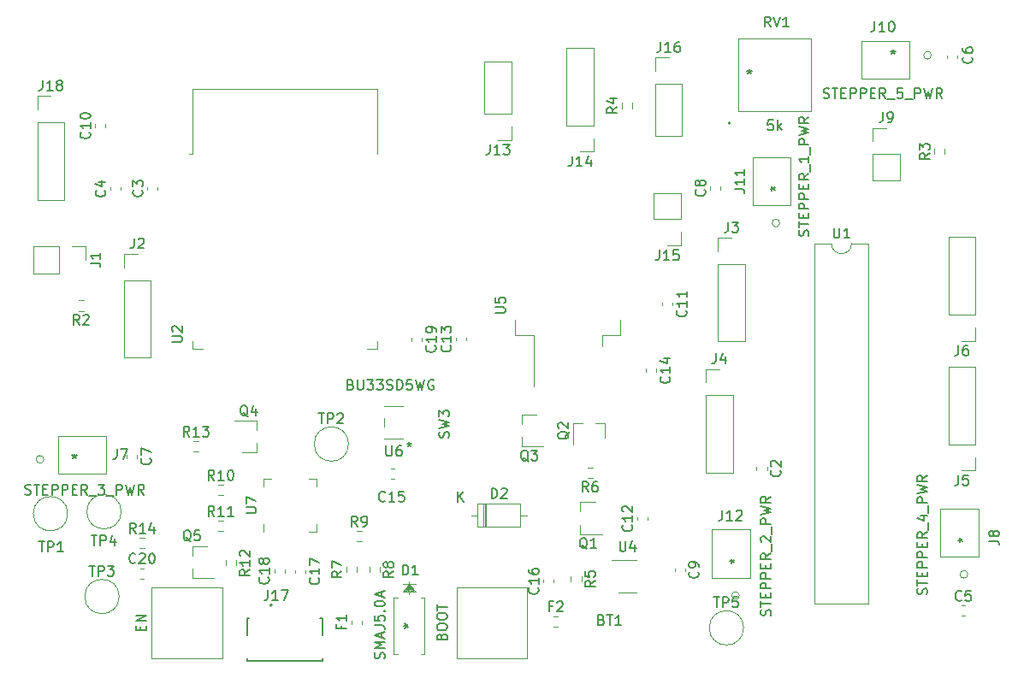
<source format=gbr>
%TF.GenerationSoftware,KiCad,Pcbnew,(5.1.10)-1*%
%TF.CreationDate,2022-02-13T15:12:39-05:00*%
%TF.ProjectId,dispenser,64697370-656e-4736-9572-2e6b69636164,rev?*%
%TF.SameCoordinates,Original*%
%TF.FileFunction,Legend,Top*%
%TF.FilePolarity,Positive*%
%FSLAX46Y46*%
G04 Gerber Fmt 4.6, Leading zero omitted, Abs format (unit mm)*
G04 Created by KiCad (PCBNEW (5.1.10)-1) date 2022-02-13 15:12:39*
%MOMM*%
%LPD*%
G01*
G04 APERTURE LIST*
%ADD10C,0.120000*%
%ADD11C,0.200000*%
%ADD12C,0.127000*%
%ADD13C,0.150000*%
G04 APERTURE END LIST*
D10*
%TO.C,J3*%
X153270000Y-90750000D02*
X155930000Y-90750000D01*
X153270000Y-83070000D02*
X153270000Y-90750000D01*
X155930000Y-83070000D02*
X155930000Y-90750000D01*
X153270000Y-83070000D02*
X155930000Y-83070000D01*
X153270000Y-81800000D02*
X153270000Y-80470000D01*
X153270000Y-80470000D02*
X154600000Y-80470000D01*
%TO.C,J6*%
X178730000Y-80390000D02*
X176070000Y-80390000D01*
X178730000Y-88070000D02*
X178730000Y-80390000D01*
X176070000Y-88070000D02*
X176070000Y-80390000D01*
X178730000Y-88070000D02*
X176070000Y-88070000D01*
X178730000Y-89340000D02*
X178730000Y-90670000D01*
X178730000Y-90670000D02*
X177400000Y-90670000D01*
%TO.C,J5*%
X178730000Y-93250000D02*
X176070000Y-93250000D01*
X178730000Y-100930000D02*
X178730000Y-93250000D01*
X176070000Y-100930000D02*
X176070000Y-93250000D01*
X178730000Y-100930000D02*
X176070000Y-100930000D01*
X178730000Y-102200000D02*
X178730000Y-103530000D01*
X178730000Y-103530000D02*
X177400000Y-103530000D01*
%TO.C,J4*%
X152070000Y-103750000D02*
X154730000Y-103750000D01*
X152070000Y-96070000D02*
X152070000Y-103750000D01*
X154730000Y-96070000D02*
X154730000Y-103750000D01*
X152070000Y-96070000D02*
X154730000Y-96070000D01*
X152070000Y-94800000D02*
X152070000Y-93470000D01*
X152070000Y-93470000D02*
X153400000Y-93470000D01*
%TO.C,J2*%
X94470000Y-92350000D02*
X97130000Y-92350000D01*
X94470000Y-84670000D02*
X94470000Y-92350000D01*
X97130000Y-84670000D02*
X97130000Y-92350000D01*
X94470000Y-84670000D02*
X97130000Y-84670000D01*
X94470000Y-83400000D02*
X94470000Y-82070000D01*
X94470000Y-82070000D02*
X95800000Y-82070000D01*
%TO.C,TP5*%
X155800000Y-119100000D02*
G75*
G03*
X155800000Y-119100000I-1700000J0D01*
G01*
%TO.C,TP4*%
X94200000Y-107600000D02*
G75*
G03*
X94200000Y-107600000I-1700000J0D01*
G01*
%TO.C,TP3*%
X94000000Y-116000000D02*
G75*
G03*
X94000000Y-116000000I-1700000J0D01*
G01*
%TO.C,TP2*%
X116700000Y-100900000D02*
G75*
G03*
X116700000Y-100900000I-1700000J0D01*
G01*
%TO.C,TP1*%
X88900000Y-107800000D02*
G75*
G03*
X88900000Y-107800000I-1700000J0D01*
G01*
%TO.C,C9*%
X150010000Y-113216233D02*
X150010000Y-113508767D01*
X148990000Y-113216233D02*
X148990000Y-113508767D01*
%TO.C,F2*%
X137025533Y-117955600D02*
X137368067Y-117955600D01*
X137025533Y-118975600D02*
X137368067Y-118975600D01*
%TO.C,F1*%
X116965000Y-118701667D02*
X116965000Y-118359133D01*
X117985000Y-118701667D02*
X117985000Y-118359133D01*
%TO.C,R3*%
X174661300Y-72187524D02*
X174661300Y-71678076D01*
X175706300Y-72187524D02*
X175706300Y-71678076D01*
%TO.C,J9*%
X168596000Y-74786800D02*
X171256000Y-74786800D01*
X168596000Y-72186800D02*
X168596000Y-74786800D01*
X171256000Y-72186800D02*
X171256000Y-74786800D01*
X168596000Y-72186800D02*
X171256000Y-72186800D01*
X168596000Y-70916800D02*
X168596000Y-69586800D01*
X168596000Y-69586800D02*
X169926000Y-69586800D01*
%TO.C,R14*%
X96032776Y-110177500D02*
X96542224Y-110177500D01*
X96032776Y-111222500D02*
X96542224Y-111222500D01*
%TO.C,R13*%
X101347176Y-100620300D02*
X101856624Y-100620300D01*
X101347176Y-101665300D02*
X101856624Y-101665300D01*
%TO.C,R12*%
X105576900Y-112421576D02*
X105576900Y-112931024D01*
X104531900Y-112421576D02*
X104531900Y-112931024D01*
%TO.C,R11*%
X103799676Y-108494300D02*
X104309124Y-108494300D01*
X103799676Y-109539300D02*
X104309124Y-109539300D01*
%TO.C,R10*%
X103783676Y-104938300D02*
X104293124Y-104938300D01*
X103783676Y-105983300D02*
X104293124Y-105983300D01*
%TO.C,R9*%
X117499676Y-109510300D02*
X118009124Y-109510300D01*
X117499676Y-110555300D02*
X118009124Y-110555300D01*
%TO.C,R8*%
X119800900Y-113080076D02*
X119800900Y-113589524D01*
X118755900Y-113080076D02*
X118755900Y-113589524D01*
%TO.C,R7*%
X116469900Y-113589524D02*
X116469900Y-113080076D01*
X117514900Y-113589524D02*
X117514900Y-113080076D01*
%TO.C,R6*%
X140845624Y-104256100D02*
X140336176Y-104256100D01*
X140845624Y-103211100D02*
X140336176Y-103211100D01*
%TO.C,R5*%
X139739900Y-113996376D02*
X139739900Y-114505824D01*
X138694900Y-113996376D02*
X138694900Y-114505824D01*
%TO.C,R4*%
X143724100Y-67639024D02*
X143724100Y-67129576D01*
X144769100Y-67639024D02*
X144769100Y-67129576D01*
%TO.C,R2*%
X90473624Y-87720700D02*
X89964176Y-87720700D01*
X90473624Y-86675700D02*
X89964176Y-86675700D01*
%TO.C,C20*%
X96116233Y-113190000D02*
X96408767Y-113190000D01*
X96116233Y-114210000D02*
X96408767Y-114210000D01*
%TO.C,C19*%
X123979400Y-90380433D02*
X123979400Y-90672967D01*
X122959400Y-90380433D02*
X122959400Y-90672967D01*
%TO.C,C18*%
X110415800Y-113319433D02*
X110415800Y-113611967D01*
X109395800Y-113319433D02*
X109395800Y-113611967D01*
%TO.C,C17*%
X112447800Y-113362433D02*
X112447800Y-113654967D01*
X111427800Y-113362433D02*
X111427800Y-113654967D01*
%TO.C,C16*%
X135989600Y-114625167D02*
X135989600Y-114332633D01*
X137009600Y-114625167D02*
X137009600Y-114332633D01*
%TO.C,C15*%
X120911233Y-103325200D02*
X121203767Y-103325200D01*
X120911233Y-104345200D02*
X121203767Y-104345200D01*
%TO.C,C14*%
X147169600Y-93453833D02*
X147169600Y-93746367D01*
X146149600Y-93453833D02*
X146149600Y-93746367D01*
%TO.C,C13*%
X127328200Y-90647567D02*
X127328200Y-90355033D01*
X128348200Y-90647567D02*
X128348200Y-90355033D01*
%TO.C,C12*%
X145260600Y-108426467D02*
X145260600Y-108133933D01*
X146280600Y-108426467D02*
X146280600Y-108133933D01*
%TO.C,C11*%
X148795200Y-86875233D02*
X148795200Y-87167767D01*
X147775200Y-86875233D02*
X147775200Y-87167767D01*
%TO.C,C10*%
X91615800Y-69512567D02*
X91615800Y-69220033D01*
X92635800Y-69512567D02*
X92635800Y-69220033D01*
%TO.C,C8*%
X152490000Y-75683767D02*
X152490000Y-75391233D01*
X153510000Y-75683767D02*
X153510000Y-75391233D01*
%TO.C,C7*%
X95785400Y-102011433D02*
X95785400Y-102303967D01*
X94765400Y-102011433D02*
X94765400Y-102303967D01*
%TO.C,C6*%
X175890000Y-62683767D02*
X175890000Y-62391233D01*
X176910000Y-62683767D02*
X176910000Y-62391233D01*
%TO.C,C5*%
X177391233Y-116890000D02*
X177683767Y-116890000D01*
X177391233Y-117910000D02*
X177683767Y-117910000D01*
%TO.C,C4*%
X93114400Y-75762067D02*
X93114400Y-75469533D01*
X94134400Y-75762067D02*
X94134400Y-75469533D01*
%TO.C,C3*%
X96797400Y-75735567D02*
X96797400Y-75443033D01*
X97817400Y-75735567D02*
X97817400Y-75443033D01*
%TO.C,C2*%
X158110000Y-103191233D02*
X158110000Y-103483767D01*
X157090000Y-103191233D02*
X157090000Y-103483767D01*
%TO.C,D1*%
X122700000Y-115752200D02*
X122700000Y-114482200D01*
X123335000Y-114736200D02*
X122065000Y-114736200D01*
X122700000Y-114736200D02*
X123335000Y-115498200D01*
X122700000Y-114736200D02*
X123208000Y-115498200D01*
X122700000Y-114736200D02*
X123081000Y-115498200D01*
X122700000Y-114736200D02*
X122954000Y-115498200D01*
X122700000Y-114736200D02*
X122827000Y-115498200D01*
X122700000Y-114736200D02*
X122065000Y-115498200D01*
X122700000Y-114736200D02*
X122192000Y-115498200D01*
X122700000Y-114736200D02*
X122319000Y-115498200D01*
X122700000Y-114736200D02*
X122446000Y-115498200D01*
X122700000Y-114736200D02*
X122573000Y-115498200D01*
X123335000Y-115498200D02*
X122065000Y-115498200D01*
X121176000Y-116133200D02*
X121176000Y-121670400D01*
X121176000Y-121670400D02*
X121541760Y-121670400D01*
X124224000Y-121670400D02*
X124224000Y-116133200D01*
X124224000Y-116133200D02*
X123858240Y-116133200D01*
X121541760Y-116133200D02*
X121176000Y-116133200D01*
X123858240Y-121670400D02*
X124224000Y-121670400D01*
%TO.C,D2*%
X129477400Y-106830000D02*
X129477400Y-109070000D01*
X129477400Y-109070000D02*
X133717400Y-109070000D01*
X133717400Y-109070000D02*
X133717400Y-106830000D01*
X133717400Y-106830000D02*
X129477400Y-106830000D01*
X128827400Y-107950000D02*
X129477400Y-107950000D01*
X134367400Y-107950000D02*
X133717400Y-107950000D01*
X130197400Y-106830000D02*
X130197400Y-109070000D01*
X130317400Y-106830000D02*
X130317400Y-109070000D01*
X130077400Y-106830000D02*
X130077400Y-109070000D01*
%TO.C,J1*%
X85487200Y-81321600D02*
X85487200Y-83981600D01*
X88087200Y-81321600D02*
X85487200Y-81321600D01*
X88087200Y-83981600D02*
X85487200Y-83981600D01*
X88087200Y-81321600D02*
X88087200Y-83981600D01*
X89357200Y-81321600D02*
X90687200Y-81321600D01*
X90687200Y-81321600D02*
X90687200Y-82651600D01*
%TO.C,J7*%
X87935500Y-103845000D02*
X92685300Y-103845000D01*
X92685300Y-103845000D02*
X92685300Y-100085800D01*
X92685300Y-100085800D02*
X87935500Y-100085800D01*
X87935500Y-100085800D02*
X87935500Y-103845000D01*
X86538500Y-102412800D02*
G75*
G03*
X86538500Y-102412800I-381000J0D01*
G01*
%TO.C,J8*%
X179032200Y-112024900D02*
X179032200Y-107275100D01*
X179032200Y-107275100D02*
X175273000Y-107275100D01*
X175273000Y-107275100D02*
X175273000Y-112024900D01*
X175273000Y-112024900D02*
X179032200Y-112024900D01*
X177981000Y-113802900D02*
G75*
G03*
X177981000Y-113802900I-381000J0D01*
G01*
%TO.C,J10*%
X172224900Y-60967800D02*
X167475100Y-60967800D01*
X167475100Y-60967800D02*
X167475100Y-64727000D01*
X167475100Y-64727000D02*
X172224900Y-64727000D01*
X172224900Y-64727000D02*
X172224900Y-60967800D01*
X174383900Y-62400000D02*
G75*
G03*
X174383900Y-62400000I-381000J0D01*
G01*
%TO.C,J11*%
X160432200Y-77224900D02*
X160432200Y-72475100D01*
X160432200Y-72475100D02*
X156673000Y-72475100D01*
X156673000Y-72475100D02*
X156673000Y-77224900D01*
X156673000Y-77224900D02*
X160432200Y-77224900D01*
X159381000Y-79002900D02*
G75*
G03*
X159381000Y-79002900I-381000J0D01*
G01*
%TO.C,J12*%
X156432200Y-114124900D02*
X156432200Y-109375100D01*
X156432200Y-109375100D02*
X152673000Y-109375100D01*
X152673000Y-109375100D02*
X152673000Y-114124900D01*
X152673000Y-114124900D02*
X156432200Y-114124900D01*
X155381000Y-115902900D02*
G75*
G03*
X155381000Y-115902900I-381000J0D01*
G01*
%TO.C,J13*%
X132825800Y-63033600D02*
X130165800Y-63033600D01*
X132825800Y-68173600D02*
X132825800Y-63033600D01*
X130165800Y-68173600D02*
X130165800Y-63033600D01*
X132825800Y-68173600D02*
X130165800Y-68173600D01*
X132825800Y-69443600D02*
X132825800Y-70773600D01*
X132825800Y-70773600D02*
X131495800Y-70773600D01*
%TO.C,J14*%
X140953800Y-61662000D02*
X138293800Y-61662000D01*
X140953800Y-69342000D02*
X140953800Y-61662000D01*
X138293800Y-69342000D02*
X138293800Y-61662000D01*
X140953800Y-69342000D02*
X138293800Y-69342000D01*
X140953800Y-70612000D02*
X140953800Y-71942000D01*
X140953800Y-71942000D02*
X139623800Y-71942000D01*
%TO.C,J15*%
X149589800Y-76038400D02*
X146929800Y-76038400D01*
X149589800Y-78638400D02*
X149589800Y-76038400D01*
X146929800Y-78638400D02*
X146929800Y-76038400D01*
X149589800Y-78638400D02*
X146929800Y-78638400D01*
X149589800Y-79908400D02*
X149589800Y-81238400D01*
X149589800Y-81238400D02*
X148259800Y-81238400D01*
%TO.C,J16*%
X147056800Y-70367200D02*
X149716800Y-70367200D01*
X147056800Y-65227200D02*
X147056800Y-70367200D01*
X149716800Y-65227200D02*
X149716800Y-70367200D01*
X147056800Y-65227200D02*
X149716800Y-65227200D01*
X147056800Y-63957200D02*
X147056800Y-62627200D01*
X147056800Y-62627200D02*
X148386800Y-62627200D01*
D11*
%TO.C,J17*%
X109138400Y-116854800D02*
G75*
G03*
X109138400Y-116854800I-100000J0D01*
G01*
D12*
X106688400Y-122404800D02*
X114088400Y-122404800D01*
X114088400Y-122134800D02*
X114088400Y-122404800D01*
X106688400Y-122404800D02*
X106688400Y-122134800D01*
X114088400Y-118104800D02*
X113908400Y-118104800D01*
X106688400Y-118104800D02*
X106868400Y-118104800D01*
X114088400Y-118104800D02*
X114088400Y-119859800D01*
X106688400Y-118104800D02*
X106688400Y-119859800D01*
D10*
%TO.C,Q1*%
X139651200Y-106649400D02*
X139651200Y-107579400D01*
X139651200Y-109809400D02*
X139651200Y-108879400D01*
X139651200Y-109809400D02*
X141811200Y-109809400D01*
X139651200Y-106649400D02*
X141111200Y-106649400D01*
%TO.C,Q2*%
X142067400Y-98808000D02*
X141137400Y-98808000D01*
X138907400Y-98808000D02*
X139837400Y-98808000D01*
X138907400Y-98808000D02*
X138907400Y-100968000D01*
X142067400Y-98808000D02*
X142067400Y-100268000D01*
%TO.C,Q3*%
X133834600Y-97988000D02*
X133834600Y-98918000D01*
X133834600Y-101148000D02*
X133834600Y-100218000D01*
X133834600Y-101148000D02*
X135994600Y-101148000D01*
X133834600Y-97988000D02*
X135294600Y-97988000D01*
%TO.C,Q4*%
X107592400Y-101706800D02*
X107592400Y-100776800D01*
X107592400Y-98546800D02*
X107592400Y-99476800D01*
X107592400Y-98546800D02*
X105432400Y-98546800D01*
X107592400Y-101706800D02*
X106132400Y-101706800D01*
%TO.C,Q5*%
X101246400Y-110992800D02*
X101246400Y-111922800D01*
X101246400Y-114152800D02*
X101246400Y-113222800D01*
X101246400Y-114152800D02*
X103406400Y-114152800D01*
X101246400Y-110992800D02*
X102706400Y-110992800D01*
%TO.C,RV1*%
X155235400Y-67965201D02*
X162489401Y-67965201D01*
X162489401Y-67965201D02*
X162489401Y-60711199D01*
X162489401Y-60711199D02*
X155235400Y-60711199D01*
X155235400Y-60711199D02*
X155235400Y-67965201D01*
X154489401Y-69108200D02*
G75*
G03*
X154489401Y-69108200I-127000J0D01*
G01*
%TO.C,SW1*%
X134400000Y-122100000D02*
X127400000Y-122100000D01*
X134400000Y-115100000D02*
X134400000Y-122100000D01*
X127400000Y-115100000D02*
X134400000Y-115100000D01*
X127400000Y-122100000D02*
X127400000Y-115100000D01*
%TO.C,SW2*%
X104200000Y-122100000D02*
X97200000Y-122100000D01*
X104200000Y-115100000D02*
X104200000Y-122100000D01*
X97200000Y-115100000D02*
X104200000Y-115100000D01*
X97200000Y-122100000D02*
X97200000Y-115100000D01*
%TO.C,U1*%
X164494800Y-81039000D02*
X162844800Y-81039000D01*
X162844800Y-81039000D02*
X162844800Y-116719000D01*
X162844800Y-116719000D02*
X168144800Y-116719000D01*
X168144800Y-116719000D02*
X168144800Y-81039000D01*
X168144800Y-81039000D02*
X166494800Y-81039000D01*
X166494800Y-81039000D02*
G75*
G02*
X164494800Y-81039000I-1000000J0D01*
G01*
%TO.C,U2*%
X101268400Y-90684800D02*
X101268400Y-91464800D01*
X101268400Y-91464800D02*
X102268400Y-91464800D01*
X119508400Y-90684800D02*
X119508400Y-91464800D01*
X119508400Y-91464800D02*
X118508400Y-91464800D01*
X101268400Y-65719800D02*
X119508400Y-65719800D01*
X119508400Y-65719800D02*
X119508400Y-72139800D01*
X101268400Y-65719800D02*
X101268400Y-72139800D01*
X101268400Y-72139800D02*
X100888400Y-72139800D01*
%TO.C,U4*%
X143422800Y-115579800D02*
X145222800Y-115579800D01*
X145222800Y-112359800D02*
X142772800Y-112359800D01*
%TO.C,U5*%
X133204600Y-88613600D02*
X133204600Y-90113600D01*
X133204600Y-90113600D02*
X135014600Y-90113600D01*
X135014600Y-90113600D02*
X135014600Y-95238600D01*
X143604600Y-88613600D02*
X143604600Y-90113600D01*
X143604600Y-90113600D02*
X141794600Y-90113600D01*
X141794600Y-90113600D02*
X141794600Y-91213600D01*
%TO.C,U6*%
X120230900Y-100330000D02*
X122085100Y-100330000D01*
X120230900Y-98351340D02*
X120230900Y-99159060D01*
X122085100Y-97180400D02*
X120230900Y-97180400D01*
%TO.C,U7*%
X108286400Y-105099800D02*
X108286400Y-104374800D01*
X108286400Y-104374800D02*
X109011400Y-104374800D01*
X113506400Y-108869800D02*
X113506400Y-109594800D01*
X113506400Y-109594800D02*
X112781400Y-109594800D01*
X113506400Y-105099800D02*
X113506400Y-104374800D01*
X113506400Y-104374800D02*
X112781400Y-104374800D01*
X108286400Y-108869800D02*
X108286400Y-109594800D01*
%TO.C,J18*%
X85893600Y-76717200D02*
X88553600Y-76717200D01*
X85893600Y-69037200D02*
X85893600Y-76717200D01*
X88553600Y-69037200D02*
X88553600Y-76717200D01*
X85893600Y-69037200D02*
X88553600Y-69037200D01*
X85893600Y-67767200D02*
X85893600Y-66437200D01*
X85893600Y-66437200D02*
X87223600Y-66437200D01*
%TO.C,J3*%
D13*
X154266666Y-78922380D02*
X154266666Y-79636666D01*
X154219047Y-79779523D01*
X154123809Y-79874761D01*
X153980952Y-79922380D01*
X153885714Y-79922380D01*
X154647619Y-78922380D02*
X155266666Y-78922380D01*
X154933333Y-79303333D01*
X155076190Y-79303333D01*
X155171428Y-79350952D01*
X155219047Y-79398571D01*
X155266666Y-79493809D01*
X155266666Y-79731904D01*
X155219047Y-79827142D01*
X155171428Y-79874761D01*
X155076190Y-79922380D01*
X154790476Y-79922380D01*
X154695238Y-79874761D01*
X154647619Y-79827142D01*
%TO.C,J6*%
X177066666Y-91122380D02*
X177066666Y-91836666D01*
X177019047Y-91979523D01*
X176923809Y-92074761D01*
X176780952Y-92122380D01*
X176685714Y-92122380D01*
X177971428Y-91122380D02*
X177780952Y-91122380D01*
X177685714Y-91170000D01*
X177638095Y-91217619D01*
X177542857Y-91360476D01*
X177495238Y-91550952D01*
X177495238Y-91931904D01*
X177542857Y-92027142D01*
X177590476Y-92074761D01*
X177685714Y-92122380D01*
X177876190Y-92122380D01*
X177971428Y-92074761D01*
X178019047Y-92027142D01*
X178066666Y-91931904D01*
X178066666Y-91693809D01*
X178019047Y-91598571D01*
X177971428Y-91550952D01*
X177876190Y-91503333D01*
X177685714Y-91503333D01*
X177590476Y-91550952D01*
X177542857Y-91598571D01*
X177495238Y-91693809D01*
%TO.C,J5*%
X177066666Y-103982380D02*
X177066666Y-104696666D01*
X177019047Y-104839523D01*
X176923809Y-104934761D01*
X176780952Y-104982380D01*
X176685714Y-104982380D01*
X178019047Y-103982380D02*
X177542857Y-103982380D01*
X177495238Y-104458571D01*
X177542857Y-104410952D01*
X177638095Y-104363333D01*
X177876190Y-104363333D01*
X177971428Y-104410952D01*
X178019047Y-104458571D01*
X178066666Y-104553809D01*
X178066666Y-104791904D01*
X178019047Y-104887142D01*
X177971428Y-104934761D01*
X177876190Y-104982380D01*
X177638095Y-104982380D01*
X177542857Y-104934761D01*
X177495238Y-104887142D01*
%TO.C,J4*%
X153066666Y-91922380D02*
X153066666Y-92636666D01*
X153019047Y-92779523D01*
X152923809Y-92874761D01*
X152780952Y-92922380D01*
X152685714Y-92922380D01*
X153971428Y-92255714D02*
X153971428Y-92922380D01*
X153733333Y-91874761D02*
X153495238Y-92589047D01*
X154114285Y-92589047D01*
%TO.C,J2*%
X95466666Y-80522380D02*
X95466666Y-81236666D01*
X95419047Y-81379523D01*
X95323809Y-81474761D01*
X95180952Y-81522380D01*
X95085714Y-81522380D01*
X95895238Y-80617619D02*
X95942857Y-80570000D01*
X96038095Y-80522380D01*
X96276190Y-80522380D01*
X96371428Y-80570000D01*
X96419047Y-80617619D01*
X96466666Y-80712857D01*
X96466666Y-80808095D01*
X96419047Y-80950952D01*
X95847619Y-81522380D01*
X96466666Y-81522380D01*
%TO.C,TP5*%
X152838095Y-116054380D02*
X153409523Y-116054380D01*
X153123809Y-117054380D02*
X153123809Y-116054380D01*
X153742857Y-117054380D02*
X153742857Y-116054380D01*
X154123809Y-116054380D01*
X154219047Y-116102000D01*
X154266666Y-116149619D01*
X154314285Y-116244857D01*
X154314285Y-116387714D01*
X154266666Y-116482952D01*
X154219047Y-116530571D01*
X154123809Y-116578190D01*
X153742857Y-116578190D01*
X155219047Y-116054380D02*
X154742857Y-116054380D01*
X154695238Y-116530571D01*
X154742857Y-116482952D01*
X154838095Y-116435333D01*
X155076190Y-116435333D01*
X155171428Y-116482952D01*
X155219047Y-116530571D01*
X155266666Y-116625809D01*
X155266666Y-116863904D01*
X155219047Y-116959142D01*
X155171428Y-117006761D01*
X155076190Y-117054380D01*
X154838095Y-117054380D01*
X154742857Y-117006761D01*
X154695238Y-116959142D01*
%TO.C,TP4*%
X91238095Y-109952380D02*
X91809523Y-109952380D01*
X91523809Y-110952380D02*
X91523809Y-109952380D01*
X92142857Y-110952380D02*
X92142857Y-109952380D01*
X92523809Y-109952380D01*
X92619047Y-110000000D01*
X92666666Y-110047619D01*
X92714285Y-110142857D01*
X92714285Y-110285714D01*
X92666666Y-110380952D01*
X92619047Y-110428571D01*
X92523809Y-110476190D01*
X92142857Y-110476190D01*
X93571428Y-110285714D02*
X93571428Y-110952380D01*
X93333333Y-109904761D02*
X93095238Y-110619047D01*
X93714285Y-110619047D01*
%TO.C,TP3*%
X91038095Y-112954380D02*
X91609523Y-112954380D01*
X91323809Y-113954380D02*
X91323809Y-112954380D01*
X91942857Y-113954380D02*
X91942857Y-112954380D01*
X92323809Y-112954380D01*
X92419047Y-113002000D01*
X92466666Y-113049619D01*
X92514285Y-113144857D01*
X92514285Y-113287714D01*
X92466666Y-113382952D01*
X92419047Y-113430571D01*
X92323809Y-113478190D01*
X91942857Y-113478190D01*
X92847619Y-112954380D02*
X93466666Y-112954380D01*
X93133333Y-113335333D01*
X93276190Y-113335333D01*
X93371428Y-113382952D01*
X93419047Y-113430571D01*
X93466666Y-113525809D01*
X93466666Y-113763904D01*
X93419047Y-113859142D01*
X93371428Y-113906761D01*
X93276190Y-113954380D01*
X92990476Y-113954380D01*
X92895238Y-113906761D01*
X92847619Y-113859142D01*
%TO.C,TP2*%
X113738095Y-97854380D02*
X114309523Y-97854380D01*
X114023809Y-98854380D02*
X114023809Y-97854380D01*
X114642857Y-98854380D02*
X114642857Y-97854380D01*
X115023809Y-97854380D01*
X115119047Y-97902000D01*
X115166666Y-97949619D01*
X115214285Y-98044857D01*
X115214285Y-98187714D01*
X115166666Y-98282952D01*
X115119047Y-98330571D01*
X115023809Y-98378190D01*
X114642857Y-98378190D01*
X115595238Y-97949619D02*
X115642857Y-97902000D01*
X115738095Y-97854380D01*
X115976190Y-97854380D01*
X116071428Y-97902000D01*
X116119047Y-97949619D01*
X116166666Y-98044857D01*
X116166666Y-98140095D01*
X116119047Y-98282952D01*
X115547619Y-98854380D01*
X116166666Y-98854380D01*
%TO.C,TP1*%
X86038095Y-110552380D02*
X86609523Y-110552380D01*
X86323809Y-111552380D02*
X86323809Y-110552380D01*
X86942857Y-111552380D02*
X86942857Y-110552380D01*
X87323809Y-110552380D01*
X87419047Y-110600000D01*
X87466666Y-110647619D01*
X87514285Y-110742857D01*
X87514285Y-110885714D01*
X87466666Y-110980952D01*
X87419047Y-111028571D01*
X87323809Y-111076190D01*
X86942857Y-111076190D01*
X88466666Y-111552380D02*
X87895238Y-111552380D01*
X88180952Y-111552380D02*
X88180952Y-110552380D01*
X88085714Y-110695238D01*
X87990476Y-110790476D01*
X87895238Y-110838095D01*
%TO.C,C9*%
X151287142Y-113529166D02*
X151334761Y-113576785D01*
X151382380Y-113719642D01*
X151382380Y-113814880D01*
X151334761Y-113957738D01*
X151239523Y-114052976D01*
X151144285Y-114100595D01*
X150953809Y-114148214D01*
X150810952Y-114148214D01*
X150620476Y-114100595D01*
X150525238Y-114052976D01*
X150430000Y-113957738D01*
X150382380Y-113814880D01*
X150382380Y-113719642D01*
X150430000Y-113576785D01*
X150477619Y-113529166D01*
X151382380Y-113052976D02*
X151382380Y-112862500D01*
X151334761Y-112767261D01*
X151287142Y-112719642D01*
X151144285Y-112624404D01*
X150953809Y-112576785D01*
X150572857Y-112576785D01*
X150477619Y-112624404D01*
X150430000Y-112672023D01*
X150382380Y-112767261D01*
X150382380Y-112957738D01*
X150430000Y-113052976D01*
X150477619Y-113100595D01*
X150572857Y-113148214D01*
X150810952Y-113148214D01*
X150906190Y-113100595D01*
X150953809Y-113052976D01*
X151001428Y-112957738D01*
X151001428Y-112767261D01*
X150953809Y-112672023D01*
X150906190Y-112624404D01*
X150810952Y-112576785D01*
%TO.C,SW3*%
X126609361Y-100240933D02*
X126656980Y-100098076D01*
X126656980Y-99859980D01*
X126609361Y-99764742D01*
X126561742Y-99717123D01*
X126466504Y-99669504D01*
X126371266Y-99669504D01*
X126276028Y-99717123D01*
X126228409Y-99764742D01*
X126180790Y-99859980D01*
X126133171Y-100050457D01*
X126085552Y-100145695D01*
X126037933Y-100193314D01*
X125942695Y-100240933D01*
X125847457Y-100240933D01*
X125752219Y-100193314D01*
X125704600Y-100145695D01*
X125656980Y-100050457D01*
X125656980Y-99812361D01*
X125704600Y-99669504D01*
X125656980Y-99336171D02*
X126656980Y-99098076D01*
X125942695Y-98907600D01*
X126656980Y-98717123D01*
X125656980Y-98479028D01*
X125656980Y-98193314D02*
X125656980Y-97574266D01*
X126037933Y-97907600D01*
X126037933Y-97764742D01*
X126085552Y-97669504D01*
X126133171Y-97621885D01*
X126228409Y-97574266D01*
X126466504Y-97574266D01*
X126561742Y-97621885D01*
X126609361Y-97669504D01*
X126656980Y-97764742D01*
X126656980Y-98050457D01*
X126609361Y-98145695D01*
X126561742Y-98193314D01*
%TO.C,F2*%
X136863466Y-116964171D02*
X136530133Y-116964171D01*
X136530133Y-117487980D02*
X136530133Y-116487980D01*
X137006323Y-116487980D01*
X137339657Y-116583219D02*
X137387276Y-116535600D01*
X137482514Y-116487980D01*
X137720609Y-116487980D01*
X137815847Y-116535600D01*
X137863466Y-116583219D01*
X137911085Y-116678457D01*
X137911085Y-116773695D01*
X137863466Y-116916552D01*
X137292038Y-117487980D01*
X137911085Y-117487980D01*
%TO.C,F1*%
X115973571Y-118863733D02*
X115973571Y-119197066D01*
X116497380Y-119197066D02*
X115497380Y-119197066D01*
X115497380Y-118720876D01*
X116497380Y-117816114D02*
X116497380Y-118387542D01*
X116497380Y-118101828D02*
X115497380Y-118101828D01*
X115640238Y-118197066D01*
X115735476Y-118292304D01*
X115783095Y-118387542D01*
%TO.C,R3*%
X174206180Y-72099466D02*
X173729990Y-72432800D01*
X174206180Y-72670895D02*
X173206180Y-72670895D01*
X173206180Y-72289942D01*
X173253800Y-72194704D01*
X173301419Y-72147085D01*
X173396657Y-72099466D01*
X173539514Y-72099466D01*
X173634752Y-72147085D01*
X173682371Y-72194704D01*
X173729990Y-72289942D01*
X173729990Y-72670895D01*
X173206180Y-71766133D02*
X173206180Y-71147085D01*
X173587133Y-71480419D01*
X173587133Y-71337561D01*
X173634752Y-71242323D01*
X173682371Y-71194704D01*
X173777609Y-71147085D01*
X174015704Y-71147085D01*
X174110942Y-71194704D01*
X174158561Y-71242323D01*
X174206180Y-71337561D01*
X174206180Y-71623276D01*
X174158561Y-71718514D01*
X174110942Y-71766133D01*
%TO.C,J9*%
X169592666Y-68039180D02*
X169592666Y-68753466D01*
X169545047Y-68896323D01*
X169449809Y-68991561D01*
X169306952Y-69039180D01*
X169211714Y-69039180D01*
X170116476Y-69039180D02*
X170306952Y-69039180D01*
X170402190Y-68991561D01*
X170449809Y-68943942D01*
X170545047Y-68801085D01*
X170592666Y-68610609D01*
X170592666Y-68229657D01*
X170545047Y-68134419D01*
X170497428Y-68086800D01*
X170402190Y-68039180D01*
X170211714Y-68039180D01*
X170116476Y-68086800D01*
X170068857Y-68134419D01*
X170021238Y-68229657D01*
X170021238Y-68467752D01*
X170068857Y-68562990D01*
X170116476Y-68610609D01*
X170211714Y-68658228D01*
X170402190Y-68658228D01*
X170497428Y-68610609D01*
X170545047Y-68562990D01*
X170592666Y-68467752D01*
%TO.C,R14*%
X95644642Y-109722380D02*
X95311309Y-109246190D01*
X95073214Y-109722380D02*
X95073214Y-108722380D01*
X95454166Y-108722380D01*
X95549404Y-108770000D01*
X95597023Y-108817619D01*
X95644642Y-108912857D01*
X95644642Y-109055714D01*
X95597023Y-109150952D01*
X95549404Y-109198571D01*
X95454166Y-109246190D01*
X95073214Y-109246190D01*
X96597023Y-109722380D02*
X96025595Y-109722380D01*
X96311309Y-109722380D02*
X96311309Y-108722380D01*
X96216071Y-108865238D01*
X96120833Y-108960476D01*
X96025595Y-109008095D01*
X97454166Y-109055714D02*
X97454166Y-109722380D01*
X97216071Y-108674761D02*
X96977976Y-109389047D01*
X97597023Y-109389047D01*
%TO.C,R13*%
X100959042Y-100165180D02*
X100625709Y-99688990D01*
X100387614Y-100165180D02*
X100387614Y-99165180D01*
X100768566Y-99165180D01*
X100863804Y-99212800D01*
X100911423Y-99260419D01*
X100959042Y-99355657D01*
X100959042Y-99498514D01*
X100911423Y-99593752D01*
X100863804Y-99641371D01*
X100768566Y-99688990D01*
X100387614Y-99688990D01*
X101911423Y-100165180D02*
X101339995Y-100165180D01*
X101625709Y-100165180D02*
X101625709Y-99165180D01*
X101530471Y-99308038D01*
X101435233Y-99403276D01*
X101339995Y-99450895D01*
X102244757Y-99165180D02*
X102863804Y-99165180D01*
X102530471Y-99546133D01*
X102673328Y-99546133D01*
X102768566Y-99593752D01*
X102816185Y-99641371D01*
X102863804Y-99736609D01*
X102863804Y-99974704D01*
X102816185Y-100069942D01*
X102768566Y-100117561D01*
X102673328Y-100165180D01*
X102387614Y-100165180D01*
X102292376Y-100117561D01*
X102244757Y-100069942D01*
%TO.C,R12*%
X106936780Y-113319157D02*
X106460590Y-113652490D01*
X106936780Y-113890585D02*
X105936780Y-113890585D01*
X105936780Y-113509633D01*
X105984400Y-113414395D01*
X106032019Y-113366776D01*
X106127257Y-113319157D01*
X106270114Y-113319157D01*
X106365352Y-113366776D01*
X106412971Y-113414395D01*
X106460590Y-113509633D01*
X106460590Y-113890585D01*
X106936780Y-112366776D02*
X106936780Y-112938204D01*
X106936780Y-112652490D02*
X105936780Y-112652490D01*
X106079638Y-112747728D01*
X106174876Y-112842966D01*
X106222495Y-112938204D01*
X106032019Y-111985823D02*
X105984400Y-111938204D01*
X105936780Y-111842966D01*
X105936780Y-111604871D01*
X105984400Y-111509633D01*
X106032019Y-111462014D01*
X106127257Y-111414395D01*
X106222495Y-111414395D01*
X106365352Y-111462014D01*
X106936780Y-112033442D01*
X106936780Y-111414395D01*
%TO.C,R11*%
X103411542Y-108039180D02*
X103078209Y-107562990D01*
X102840114Y-108039180D02*
X102840114Y-107039180D01*
X103221066Y-107039180D01*
X103316304Y-107086800D01*
X103363923Y-107134419D01*
X103411542Y-107229657D01*
X103411542Y-107372514D01*
X103363923Y-107467752D01*
X103316304Y-107515371D01*
X103221066Y-107562990D01*
X102840114Y-107562990D01*
X104363923Y-108039180D02*
X103792495Y-108039180D01*
X104078209Y-108039180D02*
X104078209Y-107039180D01*
X103982971Y-107182038D01*
X103887733Y-107277276D01*
X103792495Y-107324895D01*
X105316304Y-108039180D02*
X104744876Y-108039180D01*
X105030590Y-108039180D02*
X105030590Y-107039180D01*
X104935352Y-107182038D01*
X104840114Y-107277276D01*
X104744876Y-107324895D01*
%TO.C,R10*%
X103395542Y-104483180D02*
X103062209Y-104006990D01*
X102824114Y-104483180D02*
X102824114Y-103483180D01*
X103205066Y-103483180D01*
X103300304Y-103530800D01*
X103347923Y-103578419D01*
X103395542Y-103673657D01*
X103395542Y-103816514D01*
X103347923Y-103911752D01*
X103300304Y-103959371D01*
X103205066Y-104006990D01*
X102824114Y-104006990D01*
X104347923Y-104483180D02*
X103776495Y-104483180D01*
X104062209Y-104483180D02*
X104062209Y-103483180D01*
X103966971Y-103626038D01*
X103871733Y-103721276D01*
X103776495Y-103768895D01*
X104966971Y-103483180D02*
X105062209Y-103483180D01*
X105157447Y-103530800D01*
X105205066Y-103578419D01*
X105252685Y-103673657D01*
X105300304Y-103864133D01*
X105300304Y-104102228D01*
X105252685Y-104292704D01*
X105205066Y-104387942D01*
X105157447Y-104435561D01*
X105062209Y-104483180D01*
X104966971Y-104483180D01*
X104871733Y-104435561D01*
X104824114Y-104387942D01*
X104776495Y-104292704D01*
X104728876Y-104102228D01*
X104728876Y-103864133D01*
X104776495Y-103673657D01*
X104824114Y-103578419D01*
X104871733Y-103530800D01*
X104966971Y-103483180D01*
%TO.C,R9*%
X117587733Y-109055180D02*
X117254400Y-108578990D01*
X117016304Y-109055180D02*
X117016304Y-108055180D01*
X117397257Y-108055180D01*
X117492495Y-108102800D01*
X117540114Y-108150419D01*
X117587733Y-108245657D01*
X117587733Y-108388514D01*
X117540114Y-108483752D01*
X117492495Y-108531371D01*
X117397257Y-108578990D01*
X117016304Y-108578990D01*
X118063923Y-109055180D02*
X118254400Y-109055180D01*
X118349638Y-109007561D01*
X118397257Y-108959942D01*
X118492495Y-108817085D01*
X118540114Y-108626609D01*
X118540114Y-108245657D01*
X118492495Y-108150419D01*
X118444876Y-108102800D01*
X118349638Y-108055180D01*
X118159161Y-108055180D01*
X118063923Y-108102800D01*
X118016304Y-108150419D01*
X117968685Y-108245657D01*
X117968685Y-108483752D01*
X118016304Y-108578990D01*
X118063923Y-108626609D01*
X118159161Y-108674228D01*
X118349638Y-108674228D01*
X118444876Y-108626609D01*
X118492495Y-108578990D01*
X118540114Y-108483752D01*
%TO.C,R8*%
X121160780Y-113501466D02*
X120684590Y-113834800D01*
X121160780Y-114072895D02*
X120160780Y-114072895D01*
X120160780Y-113691942D01*
X120208400Y-113596704D01*
X120256019Y-113549085D01*
X120351257Y-113501466D01*
X120494114Y-113501466D01*
X120589352Y-113549085D01*
X120636971Y-113596704D01*
X120684590Y-113691942D01*
X120684590Y-114072895D01*
X120589352Y-112930038D02*
X120541733Y-113025276D01*
X120494114Y-113072895D01*
X120398876Y-113120514D01*
X120351257Y-113120514D01*
X120256019Y-113072895D01*
X120208400Y-113025276D01*
X120160780Y-112930038D01*
X120160780Y-112739561D01*
X120208400Y-112644323D01*
X120256019Y-112596704D01*
X120351257Y-112549085D01*
X120398876Y-112549085D01*
X120494114Y-112596704D01*
X120541733Y-112644323D01*
X120589352Y-112739561D01*
X120589352Y-112930038D01*
X120636971Y-113025276D01*
X120684590Y-113072895D01*
X120779828Y-113120514D01*
X120970304Y-113120514D01*
X121065542Y-113072895D01*
X121113161Y-113025276D01*
X121160780Y-112930038D01*
X121160780Y-112739561D01*
X121113161Y-112644323D01*
X121065542Y-112596704D01*
X120970304Y-112549085D01*
X120779828Y-112549085D01*
X120684590Y-112596704D01*
X120636971Y-112644323D01*
X120589352Y-112739561D01*
%TO.C,R7*%
X116014780Y-113501466D02*
X115538590Y-113834800D01*
X116014780Y-114072895D02*
X115014780Y-114072895D01*
X115014780Y-113691942D01*
X115062400Y-113596704D01*
X115110019Y-113549085D01*
X115205257Y-113501466D01*
X115348114Y-113501466D01*
X115443352Y-113549085D01*
X115490971Y-113596704D01*
X115538590Y-113691942D01*
X115538590Y-114072895D01*
X115014780Y-113168133D02*
X115014780Y-112501466D01*
X116014780Y-112930038D01*
%TO.C,R6*%
X140424233Y-105615980D02*
X140090900Y-105139790D01*
X139852804Y-105615980D02*
X139852804Y-104615980D01*
X140233757Y-104615980D01*
X140328995Y-104663600D01*
X140376614Y-104711219D01*
X140424233Y-104806457D01*
X140424233Y-104949314D01*
X140376614Y-105044552D01*
X140328995Y-105092171D01*
X140233757Y-105139790D01*
X139852804Y-105139790D01*
X141281376Y-104615980D02*
X141090900Y-104615980D01*
X140995661Y-104663600D01*
X140948042Y-104711219D01*
X140852804Y-104854076D01*
X140805185Y-105044552D01*
X140805185Y-105425504D01*
X140852804Y-105520742D01*
X140900423Y-105568361D01*
X140995661Y-105615980D01*
X141186138Y-105615980D01*
X141281376Y-105568361D01*
X141328995Y-105520742D01*
X141376614Y-105425504D01*
X141376614Y-105187409D01*
X141328995Y-105092171D01*
X141281376Y-105044552D01*
X141186138Y-104996933D01*
X140995661Y-104996933D01*
X140900423Y-105044552D01*
X140852804Y-105092171D01*
X140805185Y-105187409D01*
%TO.C,R5*%
X141099780Y-114417766D02*
X140623590Y-114751100D01*
X141099780Y-114989195D02*
X140099780Y-114989195D01*
X140099780Y-114608242D01*
X140147400Y-114513004D01*
X140195019Y-114465385D01*
X140290257Y-114417766D01*
X140433114Y-114417766D01*
X140528352Y-114465385D01*
X140575971Y-114513004D01*
X140623590Y-114608242D01*
X140623590Y-114989195D01*
X140099780Y-113513004D02*
X140099780Y-113989195D01*
X140575971Y-114036814D01*
X140528352Y-113989195D01*
X140480733Y-113893957D01*
X140480733Y-113655861D01*
X140528352Y-113560623D01*
X140575971Y-113513004D01*
X140671209Y-113465385D01*
X140909304Y-113465385D01*
X141004542Y-113513004D01*
X141052161Y-113560623D01*
X141099780Y-113655861D01*
X141099780Y-113893957D01*
X141052161Y-113989195D01*
X141004542Y-114036814D01*
%TO.C,R4*%
X143268980Y-67550966D02*
X142792790Y-67884300D01*
X143268980Y-68122395D02*
X142268980Y-68122395D01*
X142268980Y-67741442D01*
X142316600Y-67646204D01*
X142364219Y-67598585D01*
X142459457Y-67550966D01*
X142602314Y-67550966D01*
X142697552Y-67598585D01*
X142745171Y-67646204D01*
X142792790Y-67741442D01*
X142792790Y-68122395D01*
X142602314Y-66693823D02*
X143268980Y-66693823D01*
X142221361Y-66931919D02*
X142935647Y-67170014D01*
X142935647Y-66550966D01*
%TO.C,R2*%
X90052233Y-89080580D02*
X89718900Y-88604390D01*
X89480804Y-89080580D02*
X89480804Y-88080580D01*
X89861757Y-88080580D01*
X89956995Y-88128200D01*
X90004614Y-88175819D01*
X90052233Y-88271057D01*
X90052233Y-88413914D01*
X90004614Y-88509152D01*
X89956995Y-88556771D01*
X89861757Y-88604390D01*
X89480804Y-88604390D01*
X90433185Y-88175819D02*
X90480804Y-88128200D01*
X90576042Y-88080580D01*
X90814138Y-88080580D01*
X90909376Y-88128200D01*
X90956995Y-88175819D01*
X91004614Y-88271057D01*
X91004614Y-88366295D01*
X90956995Y-88509152D01*
X90385566Y-89080580D01*
X91004614Y-89080580D01*
%TO.C,C20*%
X95619642Y-112627142D02*
X95572023Y-112674761D01*
X95429166Y-112722380D01*
X95333928Y-112722380D01*
X95191071Y-112674761D01*
X95095833Y-112579523D01*
X95048214Y-112484285D01*
X95000595Y-112293809D01*
X95000595Y-112150952D01*
X95048214Y-111960476D01*
X95095833Y-111865238D01*
X95191071Y-111770000D01*
X95333928Y-111722380D01*
X95429166Y-111722380D01*
X95572023Y-111770000D01*
X95619642Y-111817619D01*
X96000595Y-111817619D02*
X96048214Y-111770000D01*
X96143452Y-111722380D01*
X96381547Y-111722380D01*
X96476785Y-111770000D01*
X96524404Y-111817619D01*
X96572023Y-111912857D01*
X96572023Y-112008095D01*
X96524404Y-112150952D01*
X95952976Y-112722380D01*
X96572023Y-112722380D01*
X97191071Y-111722380D02*
X97286309Y-111722380D01*
X97381547Y-111770000D01*
X97429166Y-111817619D01*
X97476785Y-111912857D01*
X97524404Y-112103333D01*
X97524404Y-112341428D01*
X97476785Y-112531904D01*
X97429166Y-112627142D01*
X97381547Y-112674761D01*
X97286309Y-112722380D01*
X97191071Y-112722380D01*
X97095833Y-112674761D01*
X97048214Y-112627142D01*
X97000595Y-112531904D01*
X96952976Y-112341428D01*
X96952976Y-112103333D01*
X97000595Y-111912857D01*
X97048214Y-111817619D01*
X97095833Y-111770000D01*
X97191071Y-111722380D01*
%TO.C,C19*%
X125256542Y-91169557D02*
X125304161Y-91217176D01*
X125351780Y-91360033D01*
X125351780Y-91455271D01*
X125304161Y-91598128D01*
X125208923Y-91693366D01*
X125113685Y-91740985D01*
X124923209Y-91788604D01*
X124780352Y-91788604D01*
X124589876Y-91740985D01*
X124494638Y-91693366D01*
X124399400Y-91598128D01*
X124351780Y-91455271D01*
X124351780Y-91360033D01*
X124399400Y-91217176D01*
X124447019Y-91169557D01*
X125351780Y-90217176D02*
X125351780Y-90788604D01*
X125351780Y-90502890D02*
X124351780Y-90502890D01*
X124494638Y-90598128D01*
X124589876Y-90693366D01*
X124637495Y-90788604D01*
X125351780Y-89740985D02*
X125351780Y-89550509D01*
X125304161Y-89455271D01*
X125256542Y-89407652D01*
X125113685Y-89312414D01*
X124923209Y-89264795D01*
X124542257Y-89264795D01*
X124447019Y-89312414D01*
X124399400Y-89360033D01*
X124351780Y-89455271D01*
X124351780Y-89645747D01*
X124399400Y-89740985D01*
X124447019Y-89788604D01*
X124542257Y-89836223D01*
X124780352Y-89836223D01*
X124875590Y-89788604D01*
X124923209Y-89740985D01*
X124970828Y-89645747D01*
X124970828Y-89455271D01*
X124923209Y-89360033D01*
X124875590Y-89312414D01*
X124780352Y-89264795D01*
%TO.C,C18*%
X108738942Y-114108557D02*
X108786561Y-114156176D01*
X108834180Y-114299033D01*
X108834180Y-114394271D01*
X108786561Y-114537128D01*
X108691323Y-114632366D01*
X108596085Y-114679985D01*
X108405609Y-114727604D01*
X108262752Y-114727604D01*
X108072276Y-114679985D01*
X107977038Y-114632366D01*
X107881800Y-114537128D01*
X107834180Y-114394271D01*
X107834180Y-114299033D01*
X107881800Y-114156176D01*
X107929419Y-114108557D01*
X108834180Y-113156176D02*
X108834180Y-113727604D01*
X108834180Y-113441890D02*
X107834180Y-113441890D01*
X107977038Y-113537128D01*
X108072276Y-113632366D01*
X108119895Y-113727604D01*
X108262752Y-112584747D02*
X108215133Y-112679985D01*
X108167514Y-112727604D01*
X108072276Y-112775223D01*
X108024657Y-112775223D01*
X107929419Y-112727604D01*
X107881800Y-112679985D01*
X107834180Y-112584747D01*
X107834180Y-112394271D01*
X107881800Y-112299033D01*
X107929419Y-112251414D01*
X108024657Y-112203795D01*
X108072276Y-112203795D01*
X108167514Y-112251414D01*
X108215133Y-112299033D01*
X108262752Y-112394271D01*
X108262752Y-112584747D01*
X108310371Y-112679985D01*
X108357990Y-112727604D01*
X108453228Y-112775223D01*
X108643704Y-112775223D01*
X108738942Y-112727604D01*
X108786561Y-112679985D01*
X108834180Y-112584747D01*
X108834180Y-112394271D01*
X108786561Y-112299033D01*
X108738942Y-112251414D01*
X108643704Y-112203795D01*
X108453228Y-112203795D01*
X108357990Y-112251414D01*
X108310371Y-112299033D01*
X108262752Y-112394271D01*
%TO.C,C17*%
X113724942Y-114151557D02*
X113772561Y-114199176D01*
X113820180Y-114342033D01*
X113820180Y-114437271D01*
X113772561Y-114580128D01*
X113677323Y-114675366D01*
X113582085Y-114722985D01*
X113391609Y-114770604D01*
X113248752Y-114770604D01*
X113058276Y-114722985D01*
X112963038Y-114675366D01*
X112867800Y-114580128D01*
X112820180Y-114437271D01*
X112820180Y-114342033D01*
X112867800Y-114199176D01*
X112915419Y-114151557D01*
X113820180Y-113199176D02*
X113820180Y-113770604D01*
X113820180Y-113484890D02*
X112820180Y-113484890D01*
X112963038Y-113580128D01*
X113058276Y-113675366D01*
X113105895Y-113770604D01*
X112820180Y-112865842D02*
X112820180Y-112199176D01*
X113820180Y-112627747D01*
%TO.C,C16*%
X135426742Y-115121757D02*
X135474361Y-115169376D01*
X135521980Y-115312233D01*
X135521980Y-115407471D01*
X135474361Y-115550328D01*
X135379123Y-115645566D01*
X135283885Y-115693185D01*
X135093409Y-115740804D01*
X134950552Y-115740804D01*
X134760076Y-115693185D01*
X134664838Y-115645566D01*
X134569600Y-115550328D01*
X134521980Y-115407471D01*
X134521980Y-115312233D01*
X134569600Y-115169376D01*
X134617219Y-115121757D01*
X135521980Y-114169376D02*
X135521980Y-114740804D01*
X135521980Y-114455090D02*
X134521980Y-114455090D01*
X134664838Y-114550328D01*
X134760076Y-114645566D01*
X134807695Y-114740804D01*
X134521980Y-113312233D02*
X134521980Y-113502709D01*
X134569600Y-113597947D01*
X134617219Y-113645566D01*
X134760076Y-113740804D01*
X134950552Y-113788423D01*
X135331504Y-113788423D01*
X135426742Y-113740804D01*
X135474361Y-113693185D01*
X135521980Y-113597947D01*
X135521980Y-113407471D01*
X135474361Y-113312233D01*
X135426742Y-113264614D01*
X135331504Y-113216995D01*
X135093409Y-113216995D01*
X134998171Y-113264614D01*
X134950552Y-113312233D01*
X134902933Y-113407471D01*
X134902933Y-113597947D01*
X134950552Y-113693185D01*
X134998171Y-113740804D01*
X135093409Y-113788423D01*
%TO.C,C15*%
X120311942Y-106503742D02*
X120264323Y-106551361D01*
X120121466Y-106598980D01*
X120026228Y-106598980D01*
X119883371Y-106551361D01*
X119788133Y-106456123D01*
X119740514Y-106360885D01*
X119692895Y-106170409D01*
X119692895Y-106027552D01*
X119740514Y-105837076D01*
X119788133Y-105741838D01*
X119883371Y-105646600D01*
X120026228Y-105598980D01*
X120121466Y-105598980D01*
X120264323Y-105646600D01*
X120311942Y-105694219D01*
X121264323Y-106598980D02*
X120692895Y-106598980D01*
X120978609Y-106598980D02*
X120978609Y-105598980D01*
X120883371Y-105741838D01*
X120788133Y-105837076D01*
X120692895Y-105884695D01*
X122169085Y-105598980D02*
X121692895Y-105598980D01*
X121645276Y-106075171D01*
X121692895Y-106027552D01*
X121788133Y-105979933D01*
X122026228Y-105979933D01*
X122121466Y-106027552D01*
X122169085Y-106075171D01*
X122216704Y-106170409D01*
X122216704Y-106408504D01*
X122169085Y-106503742D01*
X122121466Y-106551361D01*
X122026228Y-106598980D01*
X121788133Y-106598980D01*
X121692895Y-106551361D01*
X121645276Y-106503742D01*
%TO.C,C14*%
X148446742Y-94242957D02*
X148494361Y-94290576D01*
X148541980Y-94433433D01*
X148541980Y-94528671D01*
X148494361Y-94671528D01*
X148399123Y-94766766D01*
X148303885Y-94814385D01*
X148113409Y-94862004D01*
X147970552Y-94862004D01*
X147780076Y-94814385D01*
X147684838Y-94766766D01*
X147589600Y-94671528D01*
X147541980Y-94528671D01*
X147541980Y-94433433D01*
X147589600Y-94290576D01*
X147637219Y-94242957D01*
X148541980Y-93290576D02*
X148541980Y-93862004D01*
X148541980Y-93576290D02*
X147541980Y-93576290D01*
X147684838Y-93671528D01*
X147780076Y-93766766D01*
X147827695Y-93862004D01*
X147875314Y-92433433D02*
X148541980Y-92433433D01*
X147494361Y-92671528D02*
X148208647Y-92909623D01*
X148208647Y-92290576D01*
%TO.C,C13*%
X126765342Y-91144157D02*
X126812961Y-91191776D01*
X126860580Y-91334633D01*
X126860580Y-91429871D01*
X126812961Y-91572728D01*
X126717723Y-91667966D01*
X126622485Y-91715585D01*
X126432009Y-91763204D01*
X126289152Y-91763204D01*
X126098676Y-91715585D01*
X126003438Y-91667966D01*
X125908200Y-91572728D01*
X125860580Y-91429871D01*
X125860580Y-91334633D01*
X125908200Y-91191776D01*
X125955819Y-91144157D01*
X126860580Y-90191776D02*
X126860580Y-90763204D01*
X126860580Y-90477490D02*
X125860580Y-90477490D01*
X126003438Y-90572728D01*
X126098676Y-90667966D01*
X126146295Y-90763204D01*
X125860580Y-89858442D02*
X125860580Y-89239395D01*
X126241533Y-89572728D01*
X126241533Y-89429871D01*
X126289152Y-89334633D01*
X126336771Y-89287014D01*
X126432009Y-89239395D01*
X126670104Y-89239395D01*
X126765342Y-89287014D01*
X126812961Y-89334633D01*
X126860580Y-89429871D01*
X126860580Y-89715585D01*
X126812961Y-89810823D01*
X126765342Y-89858442D01*
%TO.C,C12*%
X144697742Y-108923057D02*
X144745361Y-108970676D01*
X144792980Y-109113533D01*
X144792980Y-109208771D01*
X144745361Y-109351628D01*
X144650123Y-109446866D01*
X144554885Y-109494485D01*
X144364409Y-109542104D01*
X144221552Y-109542104D01*
X144031076Y-109494485D01*
X143935838Y-109446866D01*
X143840600Y-109351628D01*
X143792980Y-109208771D01*
X143792980Y-109113533D01*
X143840600Y-108970676D01*
X143888219Y-108923057D01*
X144792980Y-107970676D02*
X144792980Y-108542104D01*
X144792980Y-108256390D02*
X143792980Y-108256390D01*
X143935838Y-108351628D01*
X144031076Y-108446866D01*
X144078695Y-108542104D01*
X143888219Y-107589723D02*
X143840600Y-107542104D01*
X143792980Y-107446866D01*
X143792980Y-107208771D01*
X143840600Y-107113533D01*
X143888219Y-107065914D01*
X143983457Y-107018295D01*
X144078695Y-107018295D01*
X144221552Y-107065914D01*
X144792980Y-107637342D01*
X144792980Y-107018295D01*
%TO.C,C11*%
X150072342Y-87664357D02*
X150119961Y-87711976D01*
X150167580Y-87854833D01*
X150167580Y-87950071D01*
X150119961Y-88092928D01*
X150024723Y-88188166D01*
X149929485Y-88235785D01*
X149739009Y-88283404D01*
X149596152Y-88283404D01*
X149405676Y-88235785D01*
X149310438Y-88188166D01*
X149215200Y-88092928D01*
X149167580Y-87950071D01*
X149167580Y-87854833D01*
X149215200Y-87711976D01*
X149262819Y-87664357D01*
X150167580Y-86711976D02*
X150167580Y-87283404D01*
X150167580Y-86997690D02*
X149167580Y-86997690D01*
X149310438Y-87092928D01*
X149405676Y-87188166D01*
X149453295Y-87283404D01*
X150167580Y-85759595D02*
X150167580Y-86331023D01*
X150167580Y-86045309D02*
X149167580Y-86045309D01*
X149310438Y-86140547D01*
X149405676Y-86235785D01*
X149453295Y-86331023D01*
%TO.C,C10*%
X91052942Y-70009157D02*
X91100561Y-70056776D01*
X91148180Y-70199633D01*
X91148180Y-70294871D01*
X91100561Y-70437728D01*
X91005323Y-70532966D01*
X90910085Y-70580585D01*
X90719609Y-70628204D01*
X90576752Y-70628204D01*
X90386276Y-70580585D01*
X90291038Y-70532966D01*
X90195800Y-70437728D01*
X90148180Y-70294871D01*
X90148180Y-70199633D01*
X90195800Y-70056776D01*
X90243419Y-70009157D01*
X91148180Y-69056776D02*
X91148180Y-69628204D01*
X91148180Y-69342490D02*
X90148180Y-69342490D01*
X90291038Y-69437728D01*
X90386276Y-69532966D01*
X90433895Y-69628204D01*
X90148180Y-68437728D02*
X90148180Y-68342490D01*
X90195800Y-68247252D01*
X90243419Y-68199633D01*
X90338657Y-68152014D01*
X90529133Y-68104395D01*
X90767228Y-68104395D01*
X90957704Y-68152014D01*
X91052942Y-68199633D01*
X91100561Y-68247252D01*
X91148180Y-68342490D01*
X91148180Y-68437728D01*
X91100561Y-68532966D01*
X91052942Y-68580585D01*
X90957704Y-68628204D01*
X90767228Y-68675823D01*
X90529133Y-68675823D01*
X90338657Y-68628204D01*
X90243419Y-68580585D01*
X90195800Y-68532966D01*
X90148180Y-68437728D01*
%TO.C,C8*%
X151927142Y-75704166D02*
X151974761Y-75751785D01*
X152022380Y-75894642D01*
X152022380Y-75989880D01*
X151974761Y-76132738D01*
X151879523Y-76227976D01*
X151784285Y-76275595D01*
X151593809Y-76323214D01*
X151450952Y-76323214D01*
X151260476Y-76275595D01*
X151165238Y-76227976D01*
X151070000Y-76132738D01*
X151022380Y-75989880D01*
X151022380Y-75894642D01*
X151070000Y-75751785D01*
X151117619Y-75704166D01*
X151450952Y-75132738D02*
X151403333Y-75227976D01*
X151355714Y-75275595D01*
X151260476Y-75323214D01*
X151212857Y-75323214D01*
X151117619Y-75275595D01*
X151070000Y-75227976D01*
X151022380Y-75132738D01*
X151022380Y-74942261D01*
X151070000Y-74847023D01*
X151117619Y-74799404D01*
X151212857Y-74751785D01*
X151260476Y-74751785D01*
X151355714Y-74799404D01*
X151403333Y-74847023D01*
X151450952Y-74942261D01*
X151450952Y-75132738D01*
X151498571Y-75227976D01*
X151546190Y-75275595D01*
X151641428Y-75323214D01*
X151831904Y-75323214D01*
X151927142Y-75275595D01*
X151974761Y-75227976D01*
X152022380Y-75132738D01*
X152022380Y-74942261D01*
X151974761Y-74847023D01*
X151927142Y-74799404D01*
X151831904Y-74751785D01*
X151641428Y-74751785D01*
X151546190Y-74799404D01*
X151498571Y-74847023D01*
X151450952Y-74942261D01*
%TO.C,C7*%
X97062542Y-102324366D02*
X97110161Y-102371985D01*
X97157780Y-102514842D01*
X97157780Y-102610080D01*
X97110161Y-102752938D01*
X97014923Y-102848176D01*
X96919685Y-102895795D01*
X96729209Y-102943414D01*
X96586352Y-102943414D01*
X96395876Y-102895795D01*
X96300638Y-102848176D01*
X96205400Y-102752938D01*
X96157780Y-102610080D01*
X96157780Y-102514842D01*
X96205400Y-102371985D01*
X96253019Y-102324366D01*
X96157780Y-101991033D02*
X96157780Y-101324366D01*
X97157780Y-101752938D01*
%TO.C,C6*%
X178357142Y-62566666D02*
X178404761Y-62614285D01*
X178452380Y-62757142D01*
X178452380Y-62852380D01*
X178404761Y-62995238D01*
X178309523Y-63090476D01*
X178214285Y-63138095D01*
X178023809Y-63185714D01*
X177880952Y-63185714D01*
X177690476Y-63138095D01*
X177595238Y-63090476D01*
X177500000Y-62995238D01*
X177452380Y-62852380D01*
X177452380Y-62757142D01*
X177500000Y-62614285D01*
X177547619Y-62566666D01*
X177452380Y-61709523D02*
X177452380Y-61900000D01*
X177500000Y-61995238D01*
X177547619Y-62042857D01*
X177690476Y-62138095D01*
X177880952Y-62185714D01*
X178261904Y-62185714D01*
X178357142Y-62138095D01*
X178404761Y-62090476D01*
X178452380Y-61995238D01*
X178452380Y-61804761D01*
X178404761Y-61709523D01*
X178357142Y-61661904D01*
X178261904Y-61614285D01*
X178023809Y-61614285D01*
X177928571Y-61661904D01*
X177880952Y-61709523D01*
X177833333Y-61804761D01*
X177833333Y-61995238D01*
X177880952Y-62090476D01*
X177928571Y-62138095D01*
X178023809Y-62185714D01*
%TO.C,C5*%
X177370833Y-116327142D02*
X177323214Y-116374761D01*
X177180357Y-116422380D01*
X177085119Y-116422380D01*
X176942261Y-116374761D01*
X176847023Y-116279523D01*
X176799404Y-116184285D01*
X176751785Y-115993809D01*
X176751785Y-115850952D01*
X176799404Y-115660476D01*
X176847023Y-115565238D01*
X176942261Y-115470000D01*
X177085119Y-115422380D01*
X177180357Y-115422380D01*
X177323214Y-115470000D01*
X177370833Y-115517619D01*
X178275595Y-115422380D02*
X177799404Y-115422380D01*
X177751785Y-115898571D01*
X177799404Y-115850952D01*
X177894642Y-115803333D01*
X178132738Y-115803333D01*
X178227976Y-115850952D01*
X178275595Y-115898571D01*
X178323214Y-115993809D01*
X178323214Y-116231904D01*
X178275595Y-116327142D01*
X178227976Y-116374761D01*
X178132738Y-116422380D01*
X177894642Y-116422380D01*
X177799404Y-116374761D01*
X177751785Y-116327142D01*
%TO.C,C4*%
X92551542Y-75782466D02*
X92599161Y-75830085D01*
X92646780Y-75972942D01*
X92646780Y-76068180D01*
X92599161Y-76211038D01*
X92503923Y-76306276D01*
X92408685Y-76353895D01*
X92218209Y-76401514D01*
X92075352Y-76401514D01*
X91884876Y-76353895D01*
X91789638Y-76306276D01*
X91694400Y-76211038D01*
X91646780Y-76068180D01*
X91646780Y-75972942D01*
X91694400Y-75830085D01*
X91742019Y-75782466D01*
X91980114Y-74925323D02*
X92646780Y-74925323D01*
X91599161Y-75163419D02*
X92313447Y-75401514D01*
X92313447Y-74782466D01*
%TO.C,C3*%
X96234542Y-75755966D02*
X96282161Y-75803585D01*
X96329780Y-75946442D01*
X96329780Y-76041680D01*
X96282161Y-76184538D01*
X96186923Y-76279776D01*
X96091685Y-76327395D01*
X95901209Y-76375014D01*
X95758352Y-76375014D01*
X95567876Y-76327395D01*
X95472638Y-76279776D01*
X95377400Y-76184538D01*
X95329780Y-76041680D01*
X95329780Y-75946442D01*
X95377400Y-75803585D01*
X95425019Y-75755966D01*
X95329780Y-75422633D02*
X95329780Y-74803585D01*
X95710733Y-75136919D01*
X95710733Y-74994061D01*
X95758352Y-74898823D01*
X95805971Y-74851204D01*
X95901209Y-74803585D01*
X96139304Y-74803585D01*
X96234542Y-74851204D01*
X96282161Y-74898823D01*
X96329780Y-74994061D01*
X96329780Y-75279776D01*
X96282161Y-75375014D01*
X96234542Y-75422633D01*
%TO.C,C2*%
X159387142Y-103504166D02*
X159434761Y-103551785D01*
X159482380Y-103694642D01*
X159482380Y-103789880D01*
X159434761Y-103932738D01*
X159339523Y-104027976D01*
X159244285Y-104075595D01*
X159053809Y-104123214D01*
X158910952Y-104123214D01*
X158720476Y-104075595D01*
X158625238Y-104027976D01*
X158530000Y-103932738D01*
X158482380Y-103789880D01*
X158482380Y-103694642D01*
X158530000Y-103551785D01*
X158577619Y-103504166D01*
X158577619Y-103123214D02*
X158530000Y-103075595D01*
X158482380Y-102980357D01*
X158482380Y-102742261D01*
X158530000Y-102647023D01*
X158577619Y-102599404D01*
X158672857Y-102551785D01*
X158768095Y-102551785D01*
X158910952Y-102599404D01*
X159482380Y-103170833D01*
X159482380Y-102551785D01*
%TO.C,BT1*%
X141733685Y-118317971D02*
X141876542Y-118365590D01*
X141924161Y-118413209D01*
X141971780Y-118508447D01*
X141971780Y-118651304D01*
X141924161Y-118746542D01*
X141876542Y-118794161D01*
X141781304Y-118841780D01*
X141400352Y-118841780D01*
X141400352Y-117841780D01*
X141733685Y-117841780D01*
X141828923Y-117889400D01*
X141876542Y-117937019D01*
X141924161Y-118032257D01*
X141924161Y-118127495D01*
X141876542Y-118222733D01*
X141828923Y-118270352D01*
X141733685Y-118317971D01*
X141400352Y-118317971D01*
X142257495Y-117841780D02*
X142828923Y-117841780D01*
X142543209Y-118841780D02*
X142543209Y-117841780D01*
X143686066Y-118841780D02*
X143114638Y-118841780D01*
X143400352Y-118841780D02*
X143400352Y-117841780D01*
X143305114Y-117984638D01*
X143209876Y-118079876D01*
X143114638Y-118127495D01*
%TO.C,D1*%
X122061904Y-113852380D02*
X122061904Y-112852380D01*
X122300000Y-112852380D01*
X122442857Y-112900000D01*
X122538095Y-112995238D01*
X122585714Y-113090476D01*
X122633333Y-113280952D01*
X122633333Y-113423809D01*
X122585714Y-113614285D01*
X122538095Y-113709523D01*
X122442857Y-113804761D01*
X122300000Y-113852380D01*
X122061904Y-113852380D01*
X123585714Y-113852380D02*
X123014285Y-113852380D01*
X123300000Y-113852380D02*
X123300000Y-112852380D01*
X123204761Y-112995238D01*
X123109523Y-113090476D01*
X123014285Y-113138095D01*
X120234561Y-122136714D02*
X120282180Y-121993857D01*
X120282180Y-121755761D01*
X120234561Y-121660523D01*
X120186942Y-121612904D01*
X120091704Y-121565285D01*
X119996466Y-121565285D01*
X119901228Y-121612904D01*
X119853609Y-121660523D01*
X119805990Y-121755761D01*
X119758371Y-121946238D01*
X119710752Y-122041476D01*
X119663133Y-122089095D01*
X119567895Y-122136714D01*
X119472657Y-122136714D01*
X119377419Y-122089095D01*
X119329800Y-122041476D01*
X119282180Y-121946238D01*
X119282180Y-121708142D01*
X119329800Y-121565285D01*
X120282180Y-121136714D02*
X119282180Y-121136714D01*
X119996466Y-120803380D01*
X119282180Y-120470047D01*
X120282180Y-120470047D01*
X119996466Y-120041476D02*
X119996466Y-119565285D01*
X120282180Y-120136714D02*
X119282180Y-119803380D01*
X120282180Y-119470047D01*
X119282180Y-118851000D02*
X119996466Y-118851000D01*
X120139323Y-118898619D01*
X120234561Y-118993857D01*
X120282180Y-119136714D01*
X120282180Y-119231952D01*
X119282180Y-117898619D02*
X119282180Y-118374809D01*
X119758371Y-118422428D01*
X119710752Y-118374809D01*
X119663133Y-118279571D01*
X119663133Y-118041476D01*
X119710752Y-117946238D01*
X119758371Y-117898619D01*
X119853609Y-117851000D01*
X120091704Y-117851000D01*
X120186942Y-117898619D01*
X120234561Y-117946238D01*
X120282180Y-118041476D01*
X120282180Y-118279571D01*
X120234561Y-118374809D01*
X120186942Y-118422428D01*
X120186942Y-117422428D02*
X120234561Y-117374809D01*
X120282180Y-117422428D01*
X120234561Y-117470047D01*
X120186942Y-117422428D01*
X120282180Y-117422428D01*
X119282180Y-116755761D02*
X119282180Y-116660523D01*
X119329800Y-116565285D01*
X119377419Y-116517666D01*
X119472657Y-116470047D01*
X119663133Y-116422428D01*
X119901228Y-116422428D01*
X120091704Y-116470047D01*
X120186942Y-116517666D01*
X120234561Y-116565285D01*
X120282180Y-116660523D01*
X120282180Y-116755761D01*
X120234561Y-116851000D01*
X120186942Y-116898619D01*
X120091704Y-116946238D01*
X119901228Y-116993857D01*
X119663133Y-116993857D01*
X119472657Y-116946238D01*
X119377419Y-116898619D01*
X119329800Y-116851000D01*
X119282180Y-116755761D01*
X119996466Y-116041476D02*
X119996466Y-115565285D01*
X120282180Y-116136714D02*
X119282180Y-115803380D01*
X120282180Y-115470047D01*
X122152380Y-118901800D02*
X122390476Y-118901800D01*
X122295238Y-119139895D02*
X122390476Y-118901800D01*
X122295238Y-118663704D01*
X122580952Y-119044657D02*
X122390476Y-118901800D01*
X122580952Y-118758942D01*
%TO.C,D2*%
X130859304Y-106282380D02*
X130859304Y-105282380D01*
X131097400Y-105282380D01*
X131240257Y-105330000D01*
X131335495Y-105425238D01*
X131383114Y-105520476D01*
X131430733Y-105710952D01*
X131430733Y-105853809D01*
X131383114Y-106044285D01*
X131335495Y-106139523D01*
X131240257Y-106234761D01*
X131097400Y-106282380D01*
X130859304Y-106282380D01*
X131811685Y-105377619D02*
X131859304Y-105330000D01*
X131954542Y-105282380D01*
X132192638Y-105282380D01*
X132287876Y-105330000D01*
X132335495Y-105377619D01*
X132383114Y-105472857D01*
X132383114Y-105568095D01*
X132335495Y-105710952D01*
X131764066Y-106282380D01*
X132383114Y-106282380D01*
X127525495Y-106602380D02*
X127525495Y-105602380D01*
X128096923Y-106602380D02*
X127668352Y-106030952D01*
X128096923Y-105602380D02*
X127525495Y-106173809D01*
%TO.C,J1*%
X91139580Y-82984933D02*
X91853866Y-82984933D01*
X91996723Y-83032552D01*
X92091961Y-83127790D01*
X92139580Y-83270647D01*
X92139580Y-83365885D01*
X92139580Y-81984933D02*
X92139580Y-82556361D01*
X92139580Y-82270647D02*
X91139580Y-82270647D01*
X91282438Y-82365885D01*
X91377676Y-82461123D01*
X91425295Y-82556361D01*
%TO.C,J7*%
X93799066Y-101357180D02*
X93799066Y-102071466D01*
X93751447Y-102214323D01*
X93656209Y-102309561D01*
X93513352Y-102357180D01*
X93418114Y-102357180D01*
X94180019Y-101357180D02*
X94846685Y-101357180D01*
X94418114Y-102357180D01*
X84695447Y-105865561D02*
X84838304Y-105913180D01*
X85076400Y-105913180D01*
X85171638Y-105865561D01*
X85219257Y-105817942D01*
X85266876Y-105722704D01*
X85266876Y-105627466D01*
X85219257Y-105532228D01*
X85171638Y-105484609D01*
X85076400Y-105436990D01*
X84885923Y-105389371D01*
X84790685Y-105341752D01*
X84743066Y-105294133D01*
X84695447Y-105198895D01*
X84695447Y-105103657D01*
X84743066Y-105008419D01*
X84790685Y-104960800D01*
X84885923Y-104913180D01*
X85124019Y-104913180D01*
X85266876Y-104960800D01*
X85552590Y-104913180D02*
X86124019Y-104913180D01*
X85838304Y-105913180D02*
X85838304Y-104913180D01*
X86457352Y-105389371D02*
X86790685Y-105389371D01*
X86933542Y-105913180D02*
X86457352Y-105913180D01*
X86457352Y-104913180D01*
X86933542Y-104913180D01*
X87362114Y-105913180D02*
X87362114Y-104913180D01*
X87743066Y-104913180D01*
X87838304Y-104960800D01*
X87885923Y-105008419D01*
X87933542Y-105103657D01*
X87933542Y-105246514D01*
X87885923Y-105341752D01*
X87838304Y-105389371D01*
X87743066Y-105436990D01*
X87362114Y-105436990D01*
X88362114Y-105913180D02*
X88362114Y-104913180D01*
X88743066Y-104913180D01*
X88838304Y-104960800D01*
X88885923Y-105008419D01*
X88933542Y-105103657D01*
X88933542Y-105246514D01*
X88885923Y-105341752D01*
X88838304Y-105389371D01*
X88743066Y-105436990D01*
X88362114Y-105436990D01*
X89362114Y-105389371D02*
X89695447Y-105389371D01*
X89838304Y-105913180D02*
X89362114Y-105913180D01*
X89362114Y-104913180D01*
X89838304Y-104913180D01*
X90838304Y-105913180D02*
X90504971Y-105436990D01*
X90266876Y-105913180D02*
X90266876Y-104913180D01*
X90647828Y-104913180D01*
X90743066Y-104960800D01*
X90790685Y-105008419D01*
X90838304Y-105103657D01*
X90838304Y-105246514D01*
X90790685Y-105341752D01*
X90743066Y-105389371D01*
X90647828Y-105436990D01*
X90266876Y-105436990D01*
X91028780Y-106008419D02*
X91790685Y-106008419D01*
X91933542Y-104913180D02*
X92552590Y-104913180D01*
X92219257Y-105294133D01*
X92362114Y-105294133D01*
X92457352Y-105341752D01*
X92504971Y-105389371D01*
X92552590Y-105484609D01*
X92552590Y-105722704D01*
X92504971Y-105817942D01*
X92457352Y-105865561D01*
X92362114Y-105913180D01*
X92076400Y-105913180D01*
X91981161Y-105865561D01*
X91933542Y-105817942D01*
X92743066Y-106008419D02*
X93504971Y-106008419D01*
X93743066Y-105913180D02*
X93743066Y-104913180D01*
X94124019Y-104913180D01*
X94219257Y-104960800D01*
X94266876Y-105008419D01*
X94314495Y-105103657D01*
X94314495Y-105246514D01*
X94266876Y-105341752D01*
X94219257Y-105389371D01*
X94124019Y-105436990D01*
X93743066Y-105436990D01*
X94647828Y-104913180D02*
X94885923Y-105913180D01*
X95076400Y-105198895D01*
X95266876Y-105913180D01*
X95504971Y-104913180D01*
X96457352Y-105913180D02*
X96124019Y-105436990D01*
X95885923Y-105913180D02*
X95885923Y-104913180D01*
X96266876Y-104913180D01*
X96362114Y-104960800D01*
X96409733Y-105008419D01*
X96457352Y-105103657D01*
X96457352Y-105246514D01*
X96409733Y-105341752D01*
X96362114Y-105389371D01*
X96266876Y-105436990D01*
X95885923Y-105436990D01*
X89560400Y-101865180D02*
X89560400Y-102103276D01*
X89322304Y-102008038D02*
X89560400Y-102103276D01*
X89798495Y-102008038D01*
X89417542Y-102293752D02*
X89560400Y-102103276D01*
X89703257Y-102293752D01*
%TO.C,J8*%
X180100380Y-110479333D02*
X180814666Y-110479333D01*
X180957523Y-110526952D01*
X181052761Y-110622190D01*
X181100380Y-110765047D01*
X181100380Y-110860285D01*
X180528952Y-109860285D02*
X180481333Y-109955523D01*
X180433714Y-110003142D01*
X180338476Y-110050761D01*
X180290857Y-110050761D01*
X180195619Y-110003142D01*
X180148000Y-109955523D01*
X180100380Y-109860285D01*
X180100380Y-109669809D01*
X180148000Y-109574571D01*
X180195619Y-109526952D01*
X180290857Y-109479333D01*
X180338476Y-109479333D01*
X180433714Y-109526952D01*
X180481333Y-109574571D01*
X180528952Y-109669809D01*
X180528952Y-109860285D01*
X180576571Y-109955523D01*
X180624190Y-110003142D01*
X180719428Y-110050761D01*
X180909904Y-110050761D01*
X181005142Y-110003142D01*
X181052761Y-109955523D01*
X181100380Y-109860285D01*
X181100380Y-109669809D01*
X181052761Y-109574571D01*
X181005142Y-109526952D01*
X180909904Y-109479333D01*
X180719428Y-109479333D01*
X180624190Y-109526952D01*
X180576571Y-109574571D01*
X180528952Y-109669809D01*
X173940761Y-115772952D02*
X173988380Y-115630095D01*
X173988380Y-115392000D01*
X173940761Y-115296761D01*
X173893142Y-115249142D01*
X173797904Y-115201523D01*
X173702666Y-115201523D01*
X173607428Y-115249142D01*
X173559809Y-115296761D01*
X173512190Y-115392000D01*
X173464571Y-115582476D01*
X173416952Y-115677714D01*
X173369333Y-115725333D01*
X173274095Y-115772952D01*
X173178857Y-115772952D01*
X173083619Y-115725333D01*
X173036000Y-115677714D01*
X172988380Y-115582476D01*
X172988380Y-115344380D01*
X173036000Y-115201523D01*
X172988380Y-114915809D02*
X172988380Y-114344380D01*
X173988380Y-114630095D02*
X172988380Y-114630095D01*
X173464571Y-114011047D02*
X173464571Y-113677714D01*
X173988380Y-113534857D02*
X173988380Y-114011047D01*
X172988380Y-114011047D01*
X172988380Y-113534857D01*
X173988380Y-113106285D02*
X172988380Y-113106285D01*
X172988380Y-112725333D01*
X173036000Y-112630095D01*
X173083619Y-112582476D01*
X173178857Y-112534857D01*
X173321714Y-112534857D01*
X173416952Y-112582476D01*
X173464571Y-112630095D01*
X173512190Y-112725333D01*
X173512190Y-113106285D01*
X173988380Y-112106285D02*
X172988380Y-112106285D01*
X172988380Y-111725333D01*
X173036000Y-111630095D01*
X173083619Y-111582476D01*
X173178857Y-111534857D01*
X173321714Y-111534857D01*
X173416952Y-111582476D01*
X173464571Y-111630095D01*
X173512190Y-111725333D01*
X173512190Y-112106285D01*
X173464571Y-111106285D02*
X173464571Y-110772952D01*
X173988380Y-110630095D02*
X173988380Y-111106285D01*
X172988380Y-111106285D01*
X172988380Y-110630095D01*
X173988380Y-109630095D02*
X173512190Y-109963428D01*
X173988380Y-110201523D02*
X172988380Y-110201523D01*
X172988380Y-109820571D01*
X173036000Y-109725333D01*
X173083619Y-109677714D01*
X173178857Y-109630095D01*
X173321714Y-109630095D01*
X173416952Y-109677714D01*
X173464571Y-109725333D01*
X173512190Y-109820571D01*
X173512190Y-110201523D01*
X174083619Y-109439619D02*
X174083619Y-108677714D01*
X173321714Y-108011047D02*
X173988380Y-108011047D01*
X172940761Y-108249142D02*
X173655047Y-108487238D01*
X173655047Y-107868190D01*
X174083619Y-107725333D02*
X174083619Y-106963428D01*
X173988380Y-106725333D02*
X172988380Y-106725333D01*
X172988380Y-106344380D01*
X173036000Y-106249142D01*
X173083619Y-106201523D01*
X173178857Y-106153904D01*
X173321714Y-106153904D01*
X173416952Y-106201523D01*
X173464571Y-106249142D01*
X173512190Y-106344380D01*
X173512190Y-106725333D01*
X172988380Y-105820571D02*
X173988380Y-105582476D01*
X173274095Y-105392000D01*
X173988380Y-105201523D01*
X172988380Y-104963428D01*
X173988380Y-104011047D02*
X173512190Y-104344380D01*
X173988380Y-104582476D02*
X172988380Y-104582476D01*
X172988380Y-104201523D01*
X173036000Y-104106285D01*
X173083619Y-104058666D01*
X173178857Y-104011047D01*
X173321714Y-104011047D01*
X173416952Y-104058666D01*
X173464571Y-104106285D01*
X173512190Y-104201523D01*
X173512190Y-104582476D01*
X177052380Y-110400000D02*
X177290476Y-110400000D01*
X177195238Y-110638095D02*
X177290476Y-110400000D01*
X177195238Y-110161904D01*
X177480952Y-110542857D02*
X177290476Y-110400000D01*
X177480952Y-110257142D01*
%TO.C,J10*%
X168774476Y-59058380D02*
X168774476Y-59772666D01*
X168726857Y-59915523D01*
X168631619Y-60010761D01*
X168488761Y-60058380D01*
X168393523Y-60058380D01*
X169774476Y-60058380D02*
X169203047Y-60058380D01*
X169488761Y-60058380D02*
X169488761Y-59058380D01*
X169393523Y-59201238D01*
X169298285Y-59296476D01*
X169203047Y-59344095D01*
X170393523Y-59058380D02*
X170488761Y-59058380D01*
X170584000Y-59106000D01*
X170631619Y-59153619D01*
X170679238Y-59248857D01*
X170726857Y-59439333D01*
X170726857Y-59677428D01*
X170679238Y-59867904D01*
X170631619Y-59963142D01*
X170584000Y-60010761D01*
X170488761Y-60058380D01*
X170393523Y-60058380D01*
X170298285Y-60010761D01*
X170250666Y-59963142D01*
X170203047Y-59867904D01*
X170155428Y-59677428D01*
X170155428Y-59439333D01*
X170203047Y-59248857D01*
X170250666Y-59153619D01*
X170298285Y-59106000D01*
X170393523Y-59058380D01*
X163703047Y-66614761D02*
X163845904Y-66662380D01*
X164084000Y-66662380D01*
X164179238Y-66614761D01*
X164226857Y-66567142D01*
X164274476Y-66471904D01*
X164274476Y-66376666D01*
X164226857Y-66281428D01*
X164179238Y-66233809D01*
X164084000Y-66186190D01*
X163893523Y-66138571D01*
X163798285Y-66090952D01*
X163750666Y-66043333D01*
X163703047Y-65948095D01*
X163703047Y-65852857D01*
X163750666Y-65757619D01*
X163798285Y-65710000D01*
X163893523Y-65662380D01*
X164131619Y-65662380D01*
X164274476Y-65710000D01*
X164560190Y-65662380D02*
X165131619Y-65662380D01*
X164845904Y-66662380D02*
X164845904Y-65662380D01*
X165464952Y-66138571D02*
X165798285Y-66138571D01*
X165941142Y-66662380D02*
X165464952Y-66662380D01*
X165464952Y-65662380D01*
X165941142Y-65662380D01*
X166369714Y-66662380D02*
X166369714Y-65662380D01*
X166750666Y-65662380D01*
X166845904Y-65710000D01*
X166893523Y-65757619D01*
X166941142Y-65852857D01*
X166941142Y-65995714D01*
X166893523Y-66090952D01*
X166845904Y-66138571D01*
X166750666Y-66186190D01*
X166369714Y-66186190D01*
X167369714Y-66662380D02*
X167369714Y-65662380D01*
X167750666Y-65662380D01*
X167845904Y-65710000D01*
X167893523Y-65757619D01*
X167941142Y-65852857D01*
X167941142Y-65995714D01*
X167893523Y-66090952D01*
X167845904Y-66138571D01*
X167750666Y-66186190D01*
X167369714Y-66186190D01*
X168369714Y-66138571D02*
X168703047Y-66138571D01*
X168845904Y-66662380D02*
X168369714Y-66662380D01*
X168369714Y-65662380D01*
X168845904Y-65662380D01*
X169845904Y-66662380D02*
X169512571Y-66186190D01*
X169274476Y-66662380D02*
X169274476Y-65662380D01*
X169655428Y-65662380D01*
X169750666Y-65710000D01*
X169798285Y-65757619D01*
X169845904Y-65852857D01*
X169845904Y-65995714D01*
X169798285Y-66090952D01*
X169750666Y-66138571D01*
X169655428Y-66186190D01*
X169274476Y-66186190D01*
X170036380Y-66757619D02*
X170798285Y-66757619D01*
X171512571Y-65662380D02*
X171036380Y-65662380D01*
X170988761Y-66138571D01*
X171036380Y-66090952D01*
X171131619Y-66043333D01*
X171369714Y-66043333D01*
X171464952Y-66090952D01*
X171512571Y-66138571D01*
X171560190Y-66233809D01*
X171560190Y-66471904D01*
X171512571Y-66567142D01*
X171464952Y-66614761D01*
X171369714Y-66662380D01*
X171131619Y-66662380D01*
X171036380Y-66614761D01*
X170988761Y-66567142D01*
X171750666Y-66757619D02*
X172512571Y-66757619D01*
X172750666Y-66662380D02*
X172750666Y-65662380D01*
X173131619Y-65662380D01*
X173226857Y-65710000D01*
X173274476Y-65757619D01*
X173322095Y-65852857D01*
X173322095Y-65995714D01*
X173274476Y-66090952D01*
X173226857Y-66138571D01*
X173131619Y-66186190D01*
X172750666Y-66186190D01*
X173655428Y-65662380D02*
X173893523Y-66662380D01*
X174084000Y-65948095D01*
X174274476Y-66662380D01*
X174512571Y-65662380D01*
X175464952Y-66662380D02*
X175131619Y-66186190D01*
X174893523Y-66662380D02*
X174893523Y-65662380D01*
X175274476Y-65662380D01*
X175369714Y-65710000D01*
X175417333Y-65757619D01*
X175464952Y-65852857D01*
X175464952Y-65995714D01*
X175417333Y-66090952D01*
X175369714Y-66138571D01*
X175274476Y-66186190D01*
X174893523Y-66186190D01*
X170600000Y-61852380D02*
X170600000Y-62090476D01*
X170361904Y-61995238D02*
X170600000Y-62090476D01*
X170838095Y-61995238D01*
X170457142Y-62280952D02*
X170600000Y-62090476D01*
X170742857Y-62280952D01*
%TO.C,J11*%
X154896380Y-75659523D02*
X155610666Y-75659523D01*
X155753523Y-75707142D01*
X155848761Y-75802380D01*
X155896380Y-75945238D01*
X155896380Y-76040476D01*
X155896380Y-74659523D02*
X155896380Y-75230952D01*
X155896380Y-74945238D02*
X154896380Y-74945238D01*
X155039238Y-75040476D01*
X155134476Y-75135714D01*
X155182095Y-75230952D01*
X155896380Y-73707142D02*
X155896380Y-74278571D01*
X155896380Y-73992857D02*
X154896380Y-73992857D01*
X155039238Y-74088095D01*
X155134476Y-74183333D01*
X155182095Y-74278571D01*
X162204761Y-80280952D02*
X162252380Y-80138095D01*
X162252380Y-79900000D01*
X162204761Y-79804761D01*
X162157142Y-79757142D01*
X162061904Y-79709523D01*
X161966666Y-79709523D01*
X161871428Y-79757142D01*
X161823809Y-79804761D01*
X161776190Y-79900000D01*
X161728571Y-80090476D01*
X161680952Y-80185714D01*
X161633333Y-80233333D01*
X161538095Y-80280952D01*
X161442857Y-80280952D01*
X161347619Y-80233333D01*
X161300000Y-80185714D01*
X161252380Y-80090476D01*
X161252380Y-79852380D01*
X161300000Y-79709523D01*
X161252380Y-79423809D02*
X161252380Y-78852380D01*
X162252380Y-79138095D02*
X161252380Y-79138095D01*
X161728571Y-78519047D02*
X161728571Y-78185714D01*
X162252380Y-78042857D02*
X162252380Y-78519047D01*
X161252380Y-78519047D01*
X161252380Y-78042857D01*
X162252380Y-77614285D02*
X161252380Y-77614285D01*
X161252380Y-77233333D01*
X161300000Y-77138095D01*
X161347619Y-77090476D01*
X161442857Y-77042857D01*
X161585714Y-77042857D01*
X161680952Y-77090476D01*
X161728571Y-77138095D01*
X161776190Y-77233333D01*
X161776190Y-77614285D01*
X162252380Y-76614285D02*
X161252380Y-76614285D01*
X161252380Y-76233333D01*
X161300000Y-76138095D01*
X161347619Y-76090476D01*
X161442857Y-76042857D01*
X161585714Y-76042857D01*
X161680952Y-76090476D01*
X161728571Y-76138095D01*
X161776190Y-76233333D01*
X161776190Y-76614285D01*
X161728571Y-75614285D02*
X161728571Y-75280952D01*
X162252380Y-75138095D02*
X162252380Y-75614285D01*
X161252380Y-75614285D01*
X161252380Y-75138095D01*
X162252380Y-74138095D02*
X161776190Y-74471428D01*
X162252380Y-74709523D02*
X161252380Y-74709523D01*
X161252380Y-74328571D01*
X161300000Y-74233333D01*
X161347619Y-74185714D01*
X161442857Y-74138095D01*
X161585714Y-74138095D01*
X161680952Y-74185714D01*
X161728571Y-74233333D01*
X161776190Y-74328571D01*
X161776190Y-74709523D01*
X162347619Y-73947619D02*
X162347619Y-73185714D01*
X162252380Y-72423809D02*
X162252380Y-72995238D01*
X162252380Y-72709523D02*
X161252380Y-72709523D01*
X161395238Y-72804761D01*
X161490476Y-72900000D01*
X161538095Y-72995238D01*
X162347619Y-72233333D02*
X162347619Y-71471428D01*
X162252380Y-71233333D02*
X161252380Y-71233333D01*
X161252380Y-70852380D01*
X161300000Y-70757142D01*
X161347619Y-70709523D01*
X161442857Y-70661904D01*
X161585714Y-70661904D01*
X161680952Y-70709523D01*
X161728571Y-70757142D01*
X161776190Y-70852380D01*
X161776190Y-71233333D01*
X161252380Y-70328571D02*
X162252380Y-70090476D01*
X161538095Y-69900000D01*
X162252380Y-69709523D01*
X161252380Y-69471428D01*
X162252380Y-68519047D02*
X161776190Y-68852380D01*
X162252380Y-69090476D02*
X161252380Y-69090476D01*
X161252380Y-68709523D01*
X161300000Y-68614285D01*
X161347619Y-68566666D01*
X161442857Y-68519047D01*
X161585714Y-68519047D01*
X161680952Y-68566666D01*
X161728571Y-68614285D01*
X161776190Y-68709523D01*
X161776190Y-69090476D01*
X158452380Y-75600000D02*
X158690476Y-75600000D01*
X158595238Y-75838095D02*
X158690476Y-75600000D01*
X158595238Y-75361904D01*
X158880952Y-75742857D02*
X158690476Y-75600000D01*
X158880952Y-75457142D01*
%TO.C,J12*%
X153690476Y-107452380D02*
X153690476Y-108166666D01*
X153642857Y-108309523D01*
X153547619Y-108404761D01*
X153404761Y-108452380D01*
X153309523Y-108452380D01*
X154690476Y-108452380D02*
X154119047Y-108452380D01*
X154404761Y-108452380D02*
X154404761Y-107452380D01*
X154309523Y-107595238D01*
X154214285Y-107690476D01*
X154119047Y-107738095D01*
X155071428Y-107547619D02*
X155119047Y-107500000D01*
X155214285Y-107452380D01*
X155452380Y-107452380D01*
X155547619Y-107500000D01*
X155595238Y-107547619D01*
X155642857Y-107642857D01*
X155642857Y-107738095D01*
X155595238Y-107880952D01*
X155023809Y-108452380D01*
X155642857Y-108452380D01*
X158452761Y-117872952D02*
X158500380Y-117730095D01*
X158500380Y-117492000D01*
X158452761Y-117396761D01*
X158405142Y-117349142D01*
X158309904Y-117301523D01*
X158214666Y-117301523D01*
X158119428Y-117349142D01*
X158071809Y-117396761D01*
X158024190Y-117492000D01*
X157976571Y-117682476D01*
X157928952Y-117777714D01*
X157881333Y-117825333D01*
X157786095Y-117872952D01*
X157690857Y-117872952D01*
X157595619Y-117825333D01*
X157548000Y-117777714D01*
X157500380Y-117682476D01*
X157500380Y-117444380D01*
X157548000Y-117301523D01*
X157500380Y-117015809D02*
X157500380Y-116444380D01*
X158500380Y-116730095D02*
X157500380Y-116730095D01*
X157976571Y-116111047D02*
X157976571Y-115777714D01*
X158500380Y-115634857D02*
X158500380Y-116111047D01*
X157500380Y-116111047D01*
X157500380Y-115634857D01*
X158500380Y-115206285D02*
X157500380Y-115206285D01*
X157500380Y-114825333D01*
X157548000Y-114730095D01*
X157595619Y-114682476D01*
X157690857Y-114634857D01*
X157833714Y-114634857D01*
X157928952Y-114682476D01*
X157976571Y-114730095D01*
X158024190Y-114825333D01*
X158024190Y-115206285D01*
X158500380Y-114206285D02*
X157500380Y-114206285D01*
X157500380Y-113825333D01*
X157548000Y-113730095D01*
X157595619Y-113682476D01*
X157690857Y-113634857D01*
X157833714Y-113634857D01*
X157928952Y-113682476D01*
X157976571Y-113730095D01*
X158024190Y-113825333D01*
X158024190Y-114206285D01*
X157976571Y-113206285D02*
X157976571Y-112872952D01*
X158500380Y-112730095D02*
X158500380Y-113206285D01*
X157500380Y-113206285D01*
X157500380Y-112730095D01*
X158500380Y-111730095D02*
X158024190Y-112063428D01*
X158500380Y-112301523D02*
X157500380Y-112301523D01*
X157500380Y-111920571D01*
X157548000Y-111825333D01*
X157595619Y-111777714D01*
X157690857Y-111730095D01*
X157833714Y-111730095D01*
X157928952Y-111777714D01*
X157976571Y-111825333D01*
X158024190Y-111920571D01*
X158024190Y-112301523D01*
X158595619Y-111539619D02*
X158595619Y-110777714D01*
X157595619Y-110587238D02*
X157548000Y-110539619D01*
X157500380Y-110444380D01*
X157500380Y-110206285D01*
X157548000Y-110111047D01*
X157595619Y-110063428D01*
X157690857Y-110015809D01*
X157786095Y-110015809D01*
X157928952Y-110063428D01*
X158500380Y-110634857D01*
X158500380Y-110015809D01*
X158595619Y-109825333D02*
X158595619Y-109063428D01*
X158500380Y-108825333D02*
X157500380Y-108825333D01*
X157500380Y-108444380D01*
X157548000Y-108349142D01*
X157595619Y-108301523D01*
X157690857Y-108253904D01*
X157833714Y-108253904D01*
X157928952Y-108301523D01*
X157976571Y-108349142D01*
X158024190Y-108444380D01*
X158024190Y-108825333D01*
X157500380Y-107920571D02*
X158500380Y-107682476D01*
X157786095Y-107492000D01*
X158500380Y-107301523D01*
X157500380Y-107063428D01*
X158500380Y-106111047D02*
X158024190Y-106444380D01*
X158500380Y-106682476D02*
X157500380Y-106682476D01*
X157500380Y-106301523D01*
X157548000Y-106206285D01*
X157595619Y-106158666D01*
X157690857Y-106111047D01*
X157833714Y-106111047D01*
X157928952Y-106158666D01*
X157976571Y-106206285D01*
X158024190Y-106301523D01*
X158024190Y-106682476D01*
X154452380Y-112500000D02*
X154690476Y-112500000D01*
X154595238Y-112738095D02*
X154690476Y-112500000D01*
X154595238Y-112261904D01*
X154880952Y-112642857D02*
X154690476Y-112500000D01*
X154880952Y-112357142D01*
%TO.C,J13*%
X130686276Y-71225980D02*
X130686276Y-71940266D01*
X130638657Y-72083123D01*
X130543419Y-72178361D01*
X130400561Y-72225980D01*
X130305323Y-72225980D01*
X131686276Y-72225980D02*
X131114847Y-72225980D01*
X131400561Y-72225980D02*
X131400561Y-71225980D01*
X131305323Y-71368838D01*
X131210085Y-71464076D01*
X131114847Y-71511695D01*
X132019609Y-71225980D02*
X132638657Y-71225980D01*
X132305323Y-71606933D01*
X132448180Y-71606933D01*
X132543419Y-71654552D01*
X132591038Y-71702171D01*
X132638657Y-71797409D01*
X132638657Y-72035504D01*
X132591038Y-72130742D01*
X132543419Y-72178361D01*
X132448180Y-72225980D01*
X132162466Y-72225980D01*
X132067228Y-72178361D01*
X132019609Y-72130742D01*
%TO.C,J14*%
X138814276Y-72394380D02*
X138814276Y-73108666D01*
X138766657Y-73251523D01*
X138671419Y-73346761D01*
X138528561Y-73394380D01*
X138433323Y-73394380D01*
X139814276Y-73394380D02*
X139242847Y-73394380D01*
X139528561Y-73394380D02*
X139528561Y-72394380D01*
X139433323Y-72537238D01*
X139338085Y-72632476D01*
X139242847Y-72680095D01*
X140671419Y-72727714D02*
X140671419Y-73394380D01*
X140433323Y-72346761D02*
X140195228Y-73061047D01*
X140814276Y-73061047D01*
%TO.C,J15*%
X147450276Y-81690780D02*
X147450276Y-82405066D01*
X147402657Y-82547923D01*
X147307419Y-82643161D01*
X147164561Y-82690780D01*
X147069323Y-82690780D01*
X148450276Y-82690780D02*
X147878847Y-82690780D01*
X148164561Y-82690780D02*
X148164561Y-81690780D01*
X148069323Y-81833638D01*
X147974085Y-81928876D01*
X147878847Y-81976495D01*
X149355038Y-81690780D02*
X148878847Y-81690780D01*
X148831228Y-82166971D01*
X148878847Y-82119352D01*
X148974085Y-82071733D01*
X149212180Y-82071733D01*
X149307419Y-82119352D01*
X149355038Y-82166971D01*
X149402657Y-82262209D01*
X149402657Y-82500304D01*
X149355038Y-82595542D01*
X149307419Y-82643161D01*
X149212180Y-82690780D01*
X148974085Y-82690780D01*
X148878847Y-82643161D01*
X148831228Y-82595542D01*
%TO.C,J16*%
X147577276Y-61079580D02*
X147577276Y-61793866D01*
X147529657Y-61936723D01*
X147434419Y-62031961D01*
X147291561Y-62079580D01*
X147196323Y-62079580D01*
X148577276Y-62079580D02*
X148005847Y-62079580D01*
X148291561Y-62079580D02*
X148291561Y-61079580D01*
X148196323Y-61222438D01*
X148101085Y-61317676D01*
X148005847Y-61365295D01*
X149434419Y-61079580D02*
X149243942Y-61079580D01*
X149148704Y-61127200D01*
X149101085Y-61174819D01*
X149005847Y-61317676D01*
X148958228Y-61508152D01*
X148958228Y-61889104D01*
X149005847Y-61984342D01*
X149053466Y-62031961D01*
X149148704Y-62079580D01*
X149339180Y-62079580D01*
X149434419Y-62031961D01*
X149482038Y-61984342D01*
X149529657Y-61889104D01*
X149529657Y-61651009D01*
X149482038Y-61555771D01*
X149434419Y-61508152D01*
X149339180Y-61460533D01*
X149148704Y-61460533D01*
X149053466Y-61508152D01*
X149005847Y-61555771D01*
X148958228Y-61651009D01*
%TO.C,J17*%
X108711849Y-115381914D02*
X108711849Y-116096880D01*
X108664185Y-116239873D01*
X108568856Y-116335202D01*
X108425863Y-116382867D01*
X108330534Y-116382867D01*
X109712802Y-116382867D02*
X109140829Y-116382867D01*
X109426816Y-116382867D02*
X109426816Y-115381914D01*
X109331487Y-115524907D01*
X109236158Y-115620236D01*
X109140829Y-115667900D01*
X110046453Y-115381914D02*
X110713755Y-115381914D01*
X110284775Y-116382867D01*
%TO.C,Q1*%
X140315961Y-111277019D02*
X140220723Y-111229400D01*
X140125485Y-111134161D01*
X139982628Y-110991304D01*
X139887390Y-110943685D01*
X139792152Y-110943685D01*
X139839771Y-111181780D02*
X139744533Y-111134161D01*
X139649295Y-111038923D01*
X139601676Y-110848447D01*
X139601676Y-110515114D01*
X139649295Y-110324638D01*
X139744533Y-110229400D01*
X139839771Y-110181780D01*
X140030247Y-110181780D01*
X140125485Y-110229400D01*
X140220723Y-110324638D01*
X140268342Y-110515114D01*
X140268342Y-110848447D01*
X140220723Y-111038923D01*
X140125485Y-111134161D01*
X140030247Y-111181780D01*
X139839771Y-111181780D01*
X141220723Y-111181780D02*
X140649295Y-111181780D01*
X140935009Y-111181780D02*
X140935009Y-110181780D01*
X140839771Y-110324638D01*
X140744533Y-110419876D01*
X140649295Y-110467495D01*
%TO.C,Q2*%
X138535019Y-99663238D02*
X138487400Y-99758476D01*
X138392161Y-99853714D01*
X138249304Y-99996571D01*
X138201685Y-100091809D01*
X138201685Y-100187047D01*
X138439780Y-100139428D02*
X138392161Y-100234666D01*
X138296923Y-100329904D01*
X138106447Y-100377523D01*
X137773114Y-100377523D01*
X137582638Y-100329904D01*
X137487400Y-100234666D01*
X137439780Y-100139428D01*
X137439780Y-99948952D01*
X137487400Y-99853714D01*
X137582638Y-99758476D01*
X137773114Y-99710857D01*
X138106447Y-99710857D01*
X138296923Y-99758476D01*
X138392161Y-99853714D01*
X138439780Y-99948952D01*
X138439780Y-100139428D01*
X137535019Y-99329904D02*
X137487400Y-99282285D01*
X137439780Y-99187047D01*
X137439780Y-98948952D01*
X137487400Y-98853714D01*
X137535019Y-98806095D01*
X137630257Y-98758476D01*
X137725495Y-98758476D01*
X137868352Y-98806095D01*
X138439780Y-99377523D01*
X138439780Y-98758476D01*
%TO.C,Q3*%
X134499361Y-102615619D02*
X134404123Y-102568000D01*
X134308885Y-102472761D01*
X134166028Y-102329904D01*
X134070790Y-102282285D01*
X133975552Y-102282285D01*
X134023171Y-102520380D02*
X133927933Y-102472761D01*
X133832695Y-102377523D01*
X133785076Y-102187047D01*
X133785076Y-101853714D01*
X133832695Y-101663238D01*
X133927933Y-101568000D01*
X134023171Y-101520380D01*
X134213647Y-101520380D01*
X134308885Y-101568000D01*
X134404123Y-101663238D01*
X134451742Y-101853714D01*
X134451742Y-102187047D01*
X134404123Y-102377523D01*
X134308885Y-102472761D01*
X134213647Y-102520380D01*
X134023171Y-102520380D01*
X134785076Y-101520380D02*
X135404123Y-101520380D01*
X135070790Y-101901333D01*
X135213647Y-101901333D01*
X135308885Y-101948952D01*
X135356504Y-101996571D01*
X135404123Y-102091809D01*
X135404123Y-102329904D01*
X135356504Y-102425142D01*
X135308885Y-102472761D01*
X135213647Y-102520380D01*
X134927933Y-102520380D01*
X134832695Y-102472761D01*
X134785076Y-102425142D01*
%TO.C,Q4*%
X106737161Y-98174419D02*
X106641923Y-98126800D01*
X106546685Y-98031561D01*
X106403828Y-97888704D01*
X106308590Y-97841085D01*
X106213352Y-97841085D01*
X106260971Y-98079180D02*
X106165733Y-98031561D01*
X106070495Y-97936323D01*
X106022876Y-97745847D01*
X106022876Y-97412514D01*
X106070495Y-97222038D01*
X106165733Y-97126800D01*
X106260971Y-97079180D01*
X106451447Y-97079180D01*
X106546685Y-97126800D01*
X106641923Y-97222038D01*
X106689542Y-97412514D01*
X106689542Y-97745847D01*
X106641923Y-97936323D01*
X106546685Y-98031561D01*
X106451447Y-98079180D01*
X106260971Y-98079180D01*
X107546685Y-97412514D02*
X107546685Y-98079180D01*
X107308590Y-97031561D02*
X107070495Y-97745847D01*
X107689542Y-97745847D01*
%TO.C,Q5*%
X101104761Y-110547619D02*
X101009523Y-110500000D01*
X100914285Y-110404761D01*
X100771428Y-110261904D01*
X100676190Y-110214285D01*
X100580952Y-110214285D01*
X100628571Y-110452380D02*
X100533333Y-110404761D01*
X100438095Y-110309523D01*
X100390476Y-110119047D01*
X100390476Y-109785714D01*
X100438095Y-109595238D01*
X100533333Y-109500000D01*
X100628571Y-109452380D01*
X100819047Y-109452380D01*
X100914285Y-109500000D01*
X101009523Y-109595238D01*
X101057142Y-109785714D01*
X101057142Y-110119047D01*
X101009523Y-110309523D01*
X100914285Y-110404761D01*
X100819047Y-110452380D01*
X100628571Y-110452380D01*
X101961904Y-109452380D02*
X101485714Y-109452380D01*
X101438095Y-109928571D01*
X101485714Y-109880952D01*
X101580952Y-109833333D01*
X101819047Y-109833333D01*
X101914285Y-109880952D01*
X101961904Y-109928571D01*
X102009523Y-110023809D01*
X102009523Y-110261904D01*
X101961904Y-110357142D01*
X101914285Y-110404761D01*
X101819047Y-110452380D01*
X101580952Y-110452380D01*
X101485714Y-110404761D01*
X101438095Y-110357142D01*
%TO.C,RV1*%
X158459561Y-59583580D02*
X158126228Y-59107390D01*
X157888133Y-59583580D02*
X157888133Y-58583580D01*
X158269085Y-58583580D01*
X158364323Y-58631200D01*
X158411942Y-58678819D01*
X158459561Y-58774057D01*
X158459561Y-58916914D01*
X158411942Y-59012152D01*
X158364323Y-59059771D01*
X158269085Y-59107390D01*
X157888133Y-59107390D01*
X158745276Y-58583580D02*
X159078609Y-59583580D01*
X159411942Y-58583580D01*
X160269085Y-59583580D02*
X159697657Y-59583580D01*
X159983371Y-59583580D02*
X159983371Y-58583580D01*
X159888133Y-58726438D01*
X159792895Y-58821676D01*
X159697657Y-58869295D01*
X158710333Y-68819780D02*
X158234142Y-68819780D01*
X158186523Y-69295971D01*
X158234142Y-69248352D01*
X158329380Y-69200733D01*
X158567476Y-69200733D01*
X158662714Y-69248352D01*
X158710333Y-69295971D01*
X158757952Y-69391209D01*
X158757952Y-69629304D01*
X158710333Y-69724542D01*
X158662714Y-69772161D01*
X158567476Y-69819780D01*
X158329380Y-69819780D01*
X158234142Y-69772161D01*
X158186523Y-69724542D01*
X159186523Y-69819780D02*
X159186523Y-68819780D01*
X159281761Y-69438828D02*
X159567476Y-69819780D01*
X159567476Y-69153114D02*
X159186523Y-69534066D01*
X156362400Y-63790580D02*
X156362400Y-64028676D01*
X156124304Y-63933438D02*
X156362400Y-64028676D01*
X156600495Y-63933438D01*
X156219542Y-64219152D02*
X156362400Y-64028676D01*
X156505257Y-64219152D01*
%TO.C,SW1*%
X125928571Y-119957142D02*
X125976190Y-119814285D01*
X126023809Y-119766666D01*
X126119047Y-119719047D01*
X126261904Y-119719047D01*
X126357142Y-119766666D01*
X126404761Y-119814285D01*
X126452380Y-119909523D01*
X126452380Y-120290476D01*
X125452380Y-120290476D01*
X125452380Y-119957142D01*
X125500000Y-119861904D01*
X125547619Y-119814285D01*
X125642857Y-119766666D01*
X125738095Y-119766666D01*
X125833333Y-119814285D01*
X125880952Y-119861904D01*
X125928571Y-119957142D01*
X125928571Y-120290476D01*
X125452380Y-119100000D02*
X125452380Y-118909523D01*
X125500000Y-118814285D01*
X125595238Y-118719047D01*
X125785714Y-118671428D01*
X126119047Y-118671428D01*
X126309523Y-118719047D01*
X126404761Y-118814285D01*
X126452380Y-118909523D01*
X126452380Y-119100000D01*
X126404761Y-119195238D01*
X126309523Y-119290476D01*
X126119047Y-119338095D01*
X125785714Y-119338095D01*
X125595238Y-119290476D01*
X125500000Y-119195238D01*
X125452380Y-119100000D01*
X125452380Y-118052380D02*
X125452380Y-117861904D01*
X125500000Y-117766666D01*
X125595238Y-117671428D01*
X125785714Y-117623809D01*
X126119047Y-117623809D01*
X126309523Y-117671428D01*
X126404761Y-117766666D01*
X126452380Y-117861904D01*
X126452380Y-118052380D01*
X126404761Y-118147619D01*
X126309523Y-118242857D01*
X126119047Y-118290476D01*
X125785714Y-118290476D01*
X125595238Y-118242857D01*
X125500000Y-118147619D01*
X125452380Y-118052380D01*
X125452380Y-117338095D02*
X125452380Y-116766666D01*
X126452380Y-117052380D02*
X125452380Y-117052380D01*
%TO.C,SW2*%
X96128571Y-119338095D02*
X96128571Y-119004761D01*
X96652380Y-118861904D02*
X96652380Y-119338095D01*
X95652380Y-119338095D01*
X95652380Y-118861904D01*
X96652380Y-118433333D02*
X95652380Y-118433333D01*
X96652380Y-117861904D01*
X95652380Y-117861904D01*
%TO.C,U1*%
X164732895Y-79491380D02*
X164732895Y-80300904D01*
X164780514Y-80396142D01*
X164828133Y-80443761D01*
X164923371Y-80491380D01*
X165113847Y-80491380D01*
X165209085Y-80443761D01*
X165256704Y-80396142D01*
X165304323Y-80300904D01*
X165304323Y-79491380D01*
X166304323Y-80491380D02*
X165732895Y-80491380D01*
X166018609Y-80491380D02*
X166018609Y-79491380D01*
X165923371Y-79634238D01*
X165828133Y-79729476D01*
X165732895Y-79777095D01*
%TO.C,U2*%
X99230780Y-90776704D02*
X100040304Y-90776704D01*
X100135542Y-90729085D01*
X100183161Y-90681466D01*
X100230780Y-90586228D01*
X100230780Y-90395752D01*
X100183161Y-90300514D01*
X100135542Y-90252895D01*
X100040304Y-90205276D01*
X99230780Y-90205276D01*
X99326019Y-89776704D02*
X99278400Y-89729085D01*
X99230780Y-89633847D01*
X99230780Y-89395752D01*
X99278400Y-89300514D01*
X99326019Y-89252895D01*
X99421257Y-89205276D01*
X99516495Y-89205276D01*
X99659352Y-89252895D01*
X100230780Y-89824323D01*
X100230780Y-89205276D01*
%TO.C,U4*%
X143560895Y-110522180D02*
X143560895Y-111331704D01*
X143608514Y-111426942D01*
X143656133Y-111474561D01*
X143751371Y-111522180D01*
X143941847Y-111522180D01*
X144037085Y-111474561D01*
X144084704Y-111426942D01*
X144132323Y-111331704D01*
X144132323Y-110522180D01*
X145037085Y-110855514D02*
X145037085Y-111522180D01*
X144798990Y-110474561D02*
X144560895Y-111188847D01*
X145179942Y-111188847D01*
%TO.C,U5*%
X131206980Y-87925504D02*
X132016504Y-87925504D01*
X132111742Y-87877885D01*
X132159361Y-87830266D01*
X132206980Y-87735028D01*
X132206980Y-87544552D01*
X132159361Y-87449314D01*
X132111742Y-87401695D01*
X132016504Y-87354076D01*
X131206980Y-87354076D01*
X131206980Y-86401695D02*
X131206980Y-86877885D01*
X131683171Y-86925504D01*
X131635552Y-86877885D01*
X131587933Y-86782647D01*
X131587933Y-86544552D01*
X131635552Y-86449314D01*
X131683171Y-86401695D01*
X131778409Y-86354076D01*
X132016504Y-86354076D01*
X132111742Y-86401695D01*
X132159361Y-86449314D01*
X132206980Y-86544552D01*
X132206980Y-86782647D01*
X132159361Y-86877885D01*
X132111742Y-86925504D01*
%TO.C,U6*%
X120421495Y-101077780D02*
X120421495Y-101887304D01*
X120469114Y-101982542D01*
X120516733Y-102030161D01*
X120611971Y-102077780D01*
X120802447Y-102077780D01*
X120897685Y-102030161D01*
X120945304Y-101982542D01*
X120992923Y-101887304D01*
X120992923Y-101077780D01*
X121897685Y-101077780D02*
X121707209Y-101077780D01*
X121611971Y-101125400D01*
X121564352Y-101173019D01*
X121469114Y-101315876D01*
X121421495Y-101506352D01*
X121421495Y-101887304D01*
X121469114Y-101982542D01*
X121516733Y-102030161D01*
X121611971Y-102077780D01*
X121802447Y-102077780D01*
X121897685Y-102030161D01*
X121945304Y-101982542D01*
X121992923Y-101887304D01*
X121992923Y-101649209D01*
X121945304Y-101553971D01*
X121897685Y-101506352D01*
X121802447Y-101458733D01*
X121611971Y-101458733D01*
X121516733Y-101506352D01*
X121469114Y-101553971D01*
X121421495Y-101649209D01*
X116924628Y-95000771D02*
X117067485Y-95048390D01*
X117115104Y-95096009D01*
X117162723Y-95191247D01*
X117162723Y-95334104D01*
X117115104Y-95429342D01*
X117067485Y-95476961D01*
X116972247Y-95524580D01*
X116591295Y-95524580D01*
X116591295Y-94524580D01*
X116924628Y-94524580D01*
X117019866Y-94572200D01*
X117067485Y-94619819D01*
X117115104Y-94715057D01*
X117115104Y-94810295D01*
X117067485Y-94905533D01*
X117019866Y-94953152D01*
X116924628Y-95000771D01*
X116591295Y-95000771D01*
X117591295Y-94524580D02*
X117591295Y-95334104D01*
X117638914Y-95429342D01*
X117686533Y-95476961D01*
X117781771Y-95524580D01*
X117972247Y-95524580D01*
X118067485Y-95476961D01*
X118115104Y-95429342D01*
X118162723Y-95334104D01*
X118162723Y-94524580D01*
X118543676Y-94524580D02*
X119162723Y-94524580D01*
X118829390Y-94905533D01*
X118972247Y-94905533D01*
X119067485Y-94953152D01*
X119115104Y-95000771D01*
X119162723Y-95096009D01*
X119162723Y-95334104D01*
X119115104Y-95429342D01*
X119067485Y-95476961D01*
X118972247Y-95524580D01*
X118686533Y-95524580D01*
X118591295Y-95476961D01*
X118543676Y-95429342D01*
X119496057Y-94524580D02*
X120115104Y-94524580D01*
X119781771Y-94905533D01*
X119924628Y-94905533D01*
X120019866Y-94953152D01*
X120067485Y-95000771D01*
X120115104Y-95096009D01*
X120115104Y-95334104D01*
X120067485Y-95429342D01*
X120019866Y-95476961D01*
X119924628Y-95524580D01*
X119638914Y-95524580D01*
X119543676Y-95476961D01*
X119496057Y-95429342D01*
X120496057Y-95476961D02*
X120638914Y-95524580D01*
X120877009Y-95524580D01*
X120972247Y-95476961D01*
X121019866Y-95429342D01*
X121067485Y-95334104D01*
X121067485Y-95238866D01*
X121019866Y-95143628D01*
X120972247Y-95096009D01*
X120877009Y-95048390D01*
X120686533Y-95000771D01*
X120591295Y-94953152D01*
X120543676Y-94905533D01*
X120496057Y-94810295D01*
X120496057Y-94715057D01*
X120543676Y-94619819D01*
X120591295Y-94572200D01*
X120686533Y-94524580D01*
X120924628Y-94524580D01*
X121067485Y-94572200D01*
X121496057Y-95524580D02*
X121496057Y-94524580D01*
X121734152Y-94524580D01*
X121877009Y-94572200D01*
X121972247Y-94667438D01*
X122019866Y-94762676D01*
X122067485Y-94953152D01*
X122067485Y-95096009D01*
X122019866Y-95286485D01*
X121972247Y-95381723D01*
X121877009Y-95476961D01*
X121734152Y-95524580D01*
X121496057Y-95524580D01*
X122972247Y-94524580D02*
X122496057Y-94524580D01*
X122448438Y-95000771D01*
X122496057Y-94953152D01*
X122591295Y-94905533D01*
X122829390Y-94905533D01*
X122924628Y-94953152D01*
X122972247Y-95000771D01*
X123019866Y-95096009D01*
X123019866Y-95334104D01*
X122972247Y-95429342D01*
X122924628Y-95476961D01*
X122829390Y-95524580D01*
X122591295Y-95524580D01*
X122496057Y-95476961D01*
X122448438Y-95429342D01*
X123353200Y-94524580D02*
X123591295Y-95524580D01*
X123781771Y-94810295D01*
X123972247Y-95524580D01*
X124210342Y-94524580D01*
X125115104Y-94572200D02*
X125019866Y-94524580D01*
X124877009Y-94524580D01*
X124734152Y-94572200D01*
X124638914Y-94667438D01*
X124591295Y-94762676D01*
X124543676Y-94953152D01*
X124543676Y-95096009D01*
X124591295Y-95286485D01*
X124638914Y-95381723D01*
X124734152Y-95476961D01*
X124877009Y-95524580D01*
X124972247Y-95524580D01*
X125115104Y-95476961D01*
X125162723Y-95429342D01*
X125162723Y-95096009D01*
X124972247Y-95096009D01*
X122707400Y-100722180D02*
X122707400Y-100960276D01*
X122469304Y-100865038D02*
X122707400Y-100960276D01*
X122945495Y-100865038D01*
X122564542Y-101150752D02*
X122707400Y-100960276D01*
X122850257Y-101150752D01*
X122707400Y-100722180D02*
X122707400Y-100960276D01*
X122469304Y-100865038D02*
X122707400Y-100960276D01*
X122945495Y-100865038D01*
X122564542Y-101150752D02*
X122707400Y-100960276D01*
X122850257Y-101150752D01*
%TO.C,U7*%
X106548780Y-107746704D02*
X107358304Y-107746704D01*
X107453542Y-107699085D01*
X107501161Y-107651466D01*
X107548780Y-107556228D01*
X107548780Y-107365752D01*
X107501161Y-107270514D01*
X107453542Y-107222895D01*
X107358304Y-107175276D01*
X106548780Y-107175276D01*
X106548780Y-106794323D02*
X106548780Y-106127657D01*
X107548780Y-106556228D01*
%TO.C,J18*%
X86414076Y-64889580D02*
X86414076Y-65603866D01*
X86366457Y-65746723D01*
X86271219Y-65841961D01*
X86128361Y-65889580D01*
X86033123Y-65889580D01*
X87414076Y-65889580D02*
X86842647Y-65889580D01*
X87128361Y-65889580D02*
X87128361Y-64889580D01*
X87033123Y-65032438D01*
X86937885Y-65127676D01*
X86842647Y-65175295D01*
X87985504Y-65318152D02*
X87890266Y-65270533D01*
X87842647Y-65222914D01*
X87795028Y-65127676D01*
X87795028Y-65080057D01*
X87842647Y-64984819D01*
X87890266Y-64937200D01*
X87985504Y-64889580D01*
X88175980Y-64889580D01*
X88271219Y-64937200D01*
X88318838Y-64984819D01*
X88366457Y-65080057D01*
X88366457Y-65127676D01*
X88318838Y-65222914D01*
X88271219Y-65270533D01*
X88175980Y-65318152D01*
X87985504Y-65318152D01*
X87890266Y-65365771D01*
X87842647Y-65413390D01*
X87795028Y-65508628D01*
X87795028Y-65699104D01*
X87842647Y-65794342D01*
X87890266Y-65841961D01*
X87985504Y-65889580D01*
X88175980Y-65889580D01*
X88271219Y-65841961D01*
X88318838Y-65794342D01*
X88366457Y-65699104D01*
X88366457Y-65508628D01*
X88318838Y-65413390D01*
X88271219Y-65365771D01*
X88175980Y-65318152D01*
%TD*%
M02*

</source>
